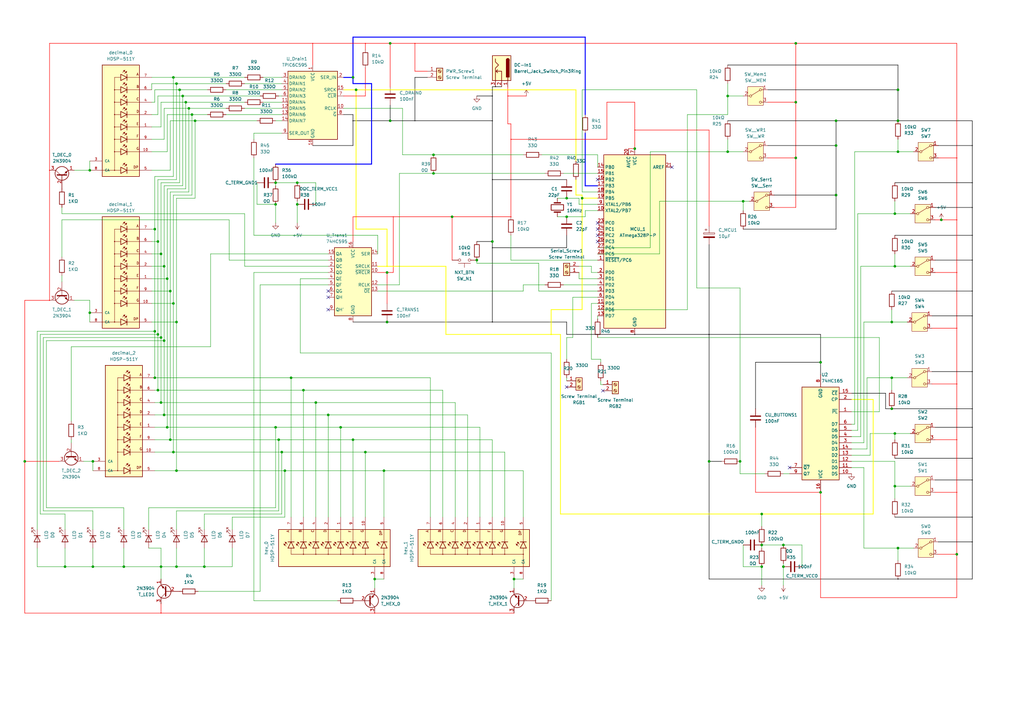
<source format=kicad_sch>
(kicad_sch (version 20230121) (generator eeschema)
  (paper "A3")
  (junction (at 66.04 104.14))
  (junction (at 365.76 132.08))
  (junction (at 113.03 83.82))
  (junction (at 238.76 81.28))
  (junction (at 177.8 63.5))
  (junction (at 66.04 251.46) (diameter 0.2) (color 255 0 0 1))
  (junction (at 128.27 17.78) (diameter 0.2) (color 255 0 0 1))
  (junction (at 20.32 69.85) (diameter 0.2) (color 255 0 0 1))
  (junction (at 226.06 137.16) (diameter 0.4) (color 255 255 0 1))
  (junction (at 158.75 132.08))
  (junction (at 134.62 170.18))
  (junction (at 303.53 189.23))
  (junction (at 66.04 165.1))
  (junction (at 158.75 111.76))
  (junction (at 170.18 17.78) (diameter 0.2) (color 255 0 0 1))
  (junction (at 64.77 99.06))
  (junction (at 209.55 57.15) (diameter 0.2) (color 255 0 0 1))
  (junction (at 201.93 49.53) (diameter 0.2) (color 0 0 0 1))
  (junction (at 144.78 49.53) (diameter 0.2) (color 0 0 0 1))
  (junction (at 72.39 132.08))
  (junction (at 398.78 96.52) (diameter 0.2) (color 0 0 0 1))
  (junction (at 392.43 180.34) (diameter 0.2) (color 255 0 0 1))
  (junction (at 368.3 49.53))
  (junction (at 139.7 175.26))
  (junction (at 129.54 165.1))
  (junction (at 67.31 170.18))
  (junction (at 116.84 193.04))
  (junction (at 367.03 109.22))
  (junction (at 312.42 210.82))
  (junction (at 157.48 193.04))
  (junction (at 38.1 232.41))
  (junction (at 67.31 109.22))
  (junction (at 63.5 154.94))
  (junction (at 368.3 224.79))
  (junction (at 68.58 114.3))
  (junction (at 368.3 62.23))
  (junction (at 386.08 90.17))
  (junction (at 160.02 49.53))
  (junction (at 398.78 74.93) (diameter 0.2) (color 0 0 0 1))
  (junction (at 149.86 185.42))
  (junction (at 71.12 31.75))
  (junction (at 342.9 49.53))
  (junction (at 398.78 196.85) (diameter 0.2) (color 0 0 0 1))
  (junction (at 398.78 212.09) (diameter 0.2) (color 0 0 0 1))
  (junction (at 144.78 180.34))
  (junction (at 398.78 119.38) (diameter 0.2) (color 0 0 0 1))
  (junction (at 312.42 232.41))
  (junction (at 63.5 135.89))
  (junction (at 77.47 44.45))
  (junction (at 69.85 180.34))
  (junction (at 392.43 201.93) (diameter 0.2) (color 255 0 0 1))
  (junction (at 158.75 109.22) (diameter 0.4) (color 255 255 0 1))
  (junction (at 398.78 106.68) (diameter 0.2) (color 0 0 0 1))
  (junction (at 66.04 138.43))
  (junction (at 71.12 185.42))
  (junction (at 398.78 129.54) (diameter 0.2) (color 0 0 0 1))
  (junction (at 398.78 187.96) (diameter 0.2) (color 0 0 0 1))
  (junction (at 203.2 35.56) (diameter 0.2) (color 0 0 0 1))
  (junction (at 398.78 167.64) (diameter 0.2) (color 0 0 0 1))
  (junction (at 336.55 148.59))
  (junction (at 67.31 139.7))
  (junction (at 113.03 74.93))
  (junction (at 367.03 199.39))
  (junction (at 367.03 177.8))
  (junction (at 342.9 59.69))
  (junction (at 201.93 99.06))
  (junction (at 326.39 64.77))
  (junction (at 392.43 227.33))
  (junction (at 367.03 87.63))
  (junction (at 71.12 124.46))
  (junction (at 312.42 223.52))
  (junction (at 68.58 175.26))
  (junction (at 160.02 17.78))
  (junction (at 321.31 232.41))
  (junction (at 72.39 34.29))
  (junction (at 260.35 137.16) (diameter 0.2) (color 0 0 0 1))
  (junction (at 36.83 128.27))
  (junction (at 326.39 41.91))
  (junction (at 201.93 39.37) (diameter 0.2) (color 0 0 0 1))
  (junction (at 153.67 251.46) (diameter 0.2) (color 255 0 0 1))
  (junction (at 260.35 60.96))
  (junction (at 208.28 39.37) (diameter 0.2) (color 255 0 0 1))
  (junction (at 209.55 88.9) (diameter 0.2) (color 255 0 0 1))
  (junction (at 144.78 31.75))
  (junction (at 149.86 17.78) (diameter 0.2) (color 255 0 0 1))
  (junction (at 72.39 193.04))
  (junction (at 210.82 237.49))
  (junction (at 392.43 64.77) (diameter 0.2) (color 255 0 0 1))
  (junction (at 342.9 80.01))
  (junction (at 392.43 134.62) (diameter 0.2) (color 255 0 0 1))
  (junction (at 177.8 71.12))
  (junction (at 201.93 73.66) (diameter 0.2) (color 0 0 0 1))
  (junction (at 72.39 232.41))
  (junction (at 398.78 222.25) (diameter 0.2) (color 0 0 0 1))
  (junction (at 64.77 137.16))
  (junction (at 124.46 160.02))
  (junction (at 392.43 157.48) (diameter 0.2) (color 255 0 0 1))
  (junction (at 398.78 85.09) (diameter 0.2) (color 0 0 0 1))
  (junction (at 298.45 62.23))
  (junction (at 153.67 237.49))
  (junction (at 368.3 237.49) (diameter 0.2) (color 0 0 0 1))
  (junction (at 290.83 137.16) (diameter 0.2) (color 0 0 0 1))
  (junction (at 195.58 106.68))
  (junction (at 201.93 132.08) (diameter 0.2) (color 0 0 0 1))
  (junction (at 170.18 49.53) (diameter 0.2) (color 0 0 0 1))
  (junction (at 38.1 189.23))
  (junction (at 365.76 154.94))
  (junction (at 115.57 185.42))
  (junction (at 26.67 232.41))
  (junction (at 398.78 175.26) (diameter 0.2) (color 0 0 0 1))
  (junction (at 290.83 189.23))
  (junction (at 321.31 223.52))
  (junction (at 78.74 46.99))
  (junction (at 161.29 88.9) (diameter 0.2) (color 255 0 0 1))
  (junction (at 121.92 74.93))
  (junction (at 326.39 17.78))
  (junction (at 20.32 123.19) (diameter 0.2) (color 255 0 0 1))
  (junction (at 121.92 83.82))
  (junction (at 73.66 36.83))
  (junction (at 74.93 39.37))
  (junction (at 114.3 180.34))
  (junction (at 304.8 82.55))
  (junction (at 365.76 167.64))
  (junction (at 76.2 41.91))
  (junction (at 398.78 152.4) (diameter 0.2) (color 0 0 0 1))
  (junction (at 392.43 111.76) (diameter 0.2) (color 255 0 0 1))
  (junction (at 146.05 36.83))
  (junction (at 69.85 119.38))
  (junction (at 392.43 90.17) (diameter 0.2) (color 255 0 0 1))
  (junction (at 83.82 232.41))
  (junction (at 201.93 101.6) (diameter 0.2) (color 0 0 0 1))
  (junction (at 119.38 154.94))
  (junction (at 298.45 39.37))
  (junction (at 66.04 232.41))
  (junction (at 260.35 53.34) (diameter 0.2) (color 255 0 0 1))
  (junction (at 113.03 175.26))
  (junction (at 63.5 93.98))
  (junction (at 232.41 81.28))
  (junction (at 232.41 88.9))
  (junction (at 185.42 88.9))
  (junction (at 10.16 189.23))
  (junction (at 36.83 69.85))
  (junction (at 398.78 59.69) (diameter 0.2) (color 0 0 0 1))
  (junction (at 50.8 232.41))
  (junction (at 336.55 201.93))
  (junction (at 64.77 160.02))
  (junction (at 80.01 49.53))
  (junction (at 368.3 36.83))
  (no_connect (at 245.11 93.98))
  (no_connect (at 134.62 119.38))
  (no_connect (at 275.59 68.58))
  (no_connect (at 245.11 96.52))
  (no_connect (at 323.85 191.77))
  (no_connect (at 134.62 127))
  (no_connect (at 245.11 73.66))
  (no_connect (at 245.11 99.06))
  (no_connect (at 245.11 91.44))
  (no_connect (at 134.62 121.92))
  (no_connect (at 232.41 158.75))
  (no_connect (at 247.2814 160.2656))
  (wire (pts (xy 153.67 241.3) (xy 153.67 237.49)))
  (wire (pts (xy 134.62 104.14) (xy 86.36 104.14)))
  (wire (pts (xy 309.88 201.93) (xy 309.88 175.26)) (stroke (width 0.2) (color 255 0 0 1)))
  (wire (pts (xy 144.78 46.99) (xy 144.78 49.53)) (stroke (width 0.2) (color 0 0 0 1)))
  (wire (pts (xy 83.82 232.41) (xy 72.39 232.41)))
  (wire (pts (xy 290.83 137.16) (xy 336.55 137.16)) (stroke (width 0.2) (color 0 0 0 1)))
  (wire (pts (xy 372.11 132.08) (xy 365.76 132.08)))
  (wire (pts (xy 50.8 217.17) (xy 50.8 208.28)))
  (wire (pts (xy 114.3 180.34) (xy 144.78 180.34)))
  (wire (pts (xy 121.92 83.82) (xy 121.92 91.44)))
  (wire (pts (xy 210.82 237.49) (xy 210.82 241.3)))
  (wire (pts (xy 228.6 88.9) (xy 232.41 88.9)))
  (wire (pts (xy 69.85 180.34) (xy 114.3 180.34)))
  (wire (pts (xy 140.97 44.45) (xy 165.1 44.45)))
  (wire (pts (xy 201.93 73.66) (xy 232.41 73.66)) (stroke (width 0.2) (color 0 0 0 1)))
  (wire (pts (xy 66.04 41.91) (xy 66.04 52.07)))
  (wire (pts (xy 115.57 41.91) (xy 107.95 41.91)))
  (wire (pts (xy 245.11 106.68) (xy 209.55 106.68)))
  (wire (pts (xy 186.69 165.1) (xy 186.69 212.09)))
  (wire (pts (xy 245.11 83.82) (xy 237.49 83.82)))
  (wire (pts (xy 314.96 41.91) (xy 326.39 41.91)) (stroke (width 0.2) (color 255 0 0 1)))
  (wire (pts (xy 246.38 157.7256) (xy 246.38 156.21)))
  (wire (pts (xy 303.53 189.23) (xy 303.53 118.11)))
  (wire (pts (xy 67.31 139.7) (xy 67.31 170.18)))
  (wire (pts (xy 69.85 49.53) (xy 69.85 69.85)))
  (wire (pts (xy 290.83 189.23) (xy 290.83 237.49)) (stroke (width 0.2) (color 0 0 0 1)))
  (wire (pts (xy 123.19 144.78) (xy 226.06 144.78)))
  (wire (pts (xy 237.49 111.76) (xy 237.49 114.3)))
  (wire (pts (xy 95.25 224.79) (xy 95.25 232.41)))
  (wire (pts (xy 134.62 114.3) (xy 123.19 114.3)))
  (wire (pts (xy 195.58 99.06) (xy 201.93 99.06)) (stroke (width 0.2) (color 0 0 0 1)))
  (wire (pts (xy 365.76 132.08) (xy 365.76 127)))
  (wire (pts (xy 201.93 49.53) (xy 201.93 73.66)) (stroke (width 0.2) (color 0 0 0 1)))
  (wire (pts (xy 77.47 78.74) (xy 69.85 78.74)))
  (wire (pts (xy 161.29 88.9) (xy 144.78 88.9)) (stroke (width 0.2) (color 255 0 0 1)))
  (wire (pts (xy 373.38 109.22) (xy 367.03 109.22)))
  (wire (pts (xy 170.18 29.21) (xy 170.18 17.78)) (stroke (width 0.2) (color 255 0 0 1)))
  (wire (pts (xy 236.22 36.83) (xy 236.22 66.04)) (stroke (width 0.3) (color 255 255 0 1)))
  (wire (pts (xy 92.71 34.29) (xy 72.39 34.29)))
  (wire (pts (xy 66.04 251.46) (xy 153.67 251.46)) (stroke (width 0.2) (color 255 0 0 1)))
  (wire (pts (xy 236.22 73.66) (xy 236.22 80.01)) (stroke (width 0.3) (color 255 255 0 1)))
  (wire (pts (xy 115.57 49.53) (xy 113.03 49.53)))
  (wire (pts (xy 26.67 232.41) (xy 38.1 232.41)))
  (wire (pts (xy 260.35 41.91) (xy 260.35 53.34)) (stroke (width 0.2) (color 255 0 0 1)))
  (wire (pts (xy 304.8 232.41) (xy 312.42 232.41)))
  (wire (pts (xy 144.78 31.75) (xy 140.97 31.75)) (stroke (width 0.4) (color 0 0 255 1)))
  (wire (pts (xy 107.95 31.75) (xy 115.57 31.75)))
  (wire (pts (xy 69.85 119.38) (xy 69.85 180.34)))
  (wire (pts (xy 154.94 96.52) (xy 154.94 104.14)))
  (wire (pts (xy 38.1 209.55) (xy 17.78 209.55)))
  (wire (pts (xy 238.76 81.28) (xy 238.76 127)) (stroke (width 0.3) (color 255 255 0 1)))
  (wire (pts (xy 67.31 170.18) (xy 63.5 170.18)))
  (wire (pts (xy 386.08 90.17) (xy 392.43 90.17)) (stroke (width 0.2) (color 255 0 0 1)))
  (wire (pts (xy 78.74 80.01) (xy 71.12 80.01)))
  (wire (pts (xy 238.76 81.28) (xy 245.11 81.28)) (stroke (width 0.3) (color 255 255 0 1)))
  (wire (pts (xy 60.96 217.17) (xy 60.96 208.28)))
  (wire (pts (xy 312.42 210.82) (xy 358.14 210.82)) (stroke (width 0.3) (color 255 255 0 1)))
  (wire (pts (xy 245.11 63.5) (xy 245.11 68.58)))
  (wire (pts (xy 63.5 72.39) (xy 63.5 93.98)))
  (wire (pts (xy 105.41 83.82) (xy 113.03 83.82)))
  (wire (pts (xy 93.98 106.68) (xy 93.98 90.17)))
  (wire (pts (xy 62.23 109.22) (xy 67.31 109.22)))
  (wire (pts (xy 222.25 63.5) (xy 245.11 63.5)))
  (wire (pts (xy 246.38 157.7256) (xy 247.2814 157.7256)))
  (wire (pts (xy 365.76 167.64) (xy 363.22 167.64)) (stroke (width 0.2) (color 0 0 0 1)))
  (wire (pts (xy 392.43 245.11) (xy 336.55 245.11)) (stroke (width 0.2) (color 255 0 0 1)))
  (wire (pts (xy 312.42 223.52) (xy 321.31 223.52)))
  (wire (pts (xy 115.57 34.29) (xy 100.33 34.29)))
  (wire (pts (xy 342.9 80.01) (xy 317.5 80.01)) (stroke (width 0.2) (color 0 0 0 1)))
  (wire (pts (xy 238.76 78.74) (xy 245.11 78.74)))
  (wire (pts (xy 17.78 138.43) (xy 66.04 138.43)))
  (wire (pts (xy 245.11 130.81) (xy 245.11 129.54)))
  (wire (pts (xy 336.55 245.11) (xy 336.55 201.93)) (stroke (width 0.2) (color 255 0 0 1)))
  (wire (pts (xy 93.98 90.17) (xy 25.4 90.17)))
  (wire (pts (xy 303.53 118.11) (xy 285.75 118.11)))
  (wire (pts (xy 63.5 93.98) (xy 62.23 93.98)))
  (wire (pts (xy 30.48 123.19) (xy 36.83 123.19)))
  (wire (pts (xy 270.51 82.55) (xy 270.51 104.14)))
  (wire (pts (xy 64.77 137.16) (xy 64.77 160.02)))
  (wire (pts (xy 154.94 116.84) (xy 163.83 116.84)))
  (wire (pts (xy 175.26 29.21) (xy 170.18 29.21)) (stroke (width 0.2) (color 255 0 0 1)))
  (wire (pts (xy 201.93 180.34) (xy 201.93 212.09)))
  (wire (pts (xy 161.29 88.9) (xy 161.29 111.76)) (stroke (width 0.2) (color 255 0 0 1)))
  (wire (pts (xy 64.77 160.02) (xy 124.46 160.02)))
  (wire (pts (xy 71.12 185.42) (xy 63.5 185.42)))
  (wire (pts (xy 116.84 212.09) (xy 116.84 193.04)))
  (wire (pts (xy 163.83 71.12) (xy 177.8 71.12)))
  (wire (pts (xy 83.82 210.82) (xy 115.57 210.82)))
  (wire (pts (xy 336.55 148.59) (xy 336.55 153.67)) (stroke (width 0.2) (color 0 0 0 1)))
  (wire (pts (xy 242.57 124.46) (xy 245.11 124.46)))
  (wire (pts (xy 50.8 208.28) (xy 19.05 208.28)))
  (wire (pts (xy 355.6 184.15) (xy 349.25 184.15)))
  (wire (pts (xy 16.51 137.16) (xy 64.77 137.16)))
  (wire (pts (xy 115.57 185.42) (xy 149.86 185.42)))
  (wire (pts (xy 68.58 77.47) (xy 68.58 114.3)))
  (wire (pts (xy 226.06 137.16) (xy 226.06 127)) (stroke (width 0.3) (color 255 255 0 1)))
  (wire (pts (xy 367.03 212.09) (xy 398.78 212.09)) (stroke (width 0.2) (color 0 0 0 1)))
  (wire (pts (xy 351.79 87.63) (xy 351.79 176.53)))
  (wire (pts (xy 158.75 93.98) (xy 158.75 109.22)) (stroke (width 0.3) (color 255 255 0 1)))
  (wire (pts (xy 242.57 147.32) (xy 242.57 124.46)))
  (wire (pts (xy 73.66 74.93) (xy 66.04 74.93)))
  (wire (pts (xy 26.67 224.79) (xy 26.67 232.41)))
  (wire (pts (xy 15.24 217.17) (xy 15.24 135.89)))
  (wire (pts (xy 149.86 185.42) (xy 149.86 212.09)))
  (wire (pts (xy 69.85 69.85) (xy 62.23 69.85)))
  (wire (pts (xy 104.14 246.38) (xy 138.43 246.38)))
  (wire (pts (xy 382.27 157.48) (xy 392.43 157.48)) (stroke (width 0.2) (color 255 0 0 1)))
  (wire (pts (xy 201.93 39.37) (xy 201.93 49.53)) (stroke (width 0.2) (color 0 0 0 1)))
  (wire (pts (xy 354.33 191.77) (xy 354.33 224.79)))
  (wire (pts (xy 367.03 109.22) (xy 353.06 109.22)))
  (wire (pts (xy 260.35 137.16) (xy 290.83 137.16)) (stroke (width 0.2) (color 0 0 0 1)))
  (wire (pts (xy 312.42 215.9) (xy 312.42 210.82)))
  (wire (pts (xy 66.04 224.79) (xy 66.04 232.41)))
  (wire (pts (xy 144.78 180.34) (xy 144.78 212.09)))
  (wire (pts (xy 134.62 116.84) (xy 106.68 116.84)))
  (wire (pts (xy 144.78 31.75) (xy 144.78 34.29)) (stroke (width 0.4) (color 0 0 255 1)))
  (wire (pts (xy 113.03 175.26) (xy 139.7 175.26)))
  (wire (pts (xy 207.01 185.42) (xy 207.01 212.09)))
  (wire (pts (xy 326.39 41.91) (xy 326.39 64.77)) (stroke (width 0.2) (color 255 0 0 1)))
  (wire (pts (xy 232.41 137.16) (xy 260.35 137.16)) (stroke (width 0.2) (color 0 0 0 1)))
  (wire (pts (xy 229.87 210.82) (xy 312.42 210.82)) (stroke (width 0.3) (color 255 255 0 1)))
  (wire (pts (xy 326.39 64.77) (xy 326.39 85.09)) (stroke (width 0.2) (color 255 0 0 1)))
  (wire (pts (xy 374.65 62.23) (xy 368.3 62.23)))
  (wire (pts (xy 303.53 194.31) (xy 313.69 194.31)))
  (wire (pts (xy 290.83 137.16) (xy 290.83 100.33)) (stroke (width 0.2) (color 0 0 0 1)))
  (wire (pts (xy 68.58 114.3) (xy 62.23 114.3)))
  (wire (pts (xy 342.9 59.69) (xy 342.9 80.01)) (stroke (width 0.2) (color 0 0 0 1)))
  (wire (pts (xy 373.38 199.39) (xy 367.03 199.39)))
  (wire (pts (xy 170.18 17.78) (xy 160.02 17.78)) (stroke (width 0.2) (color 255 0 0 1)))
  (wire (pts (xy 368.3 49.53) (xy 398.78 49.53)) (stroke (width 0.2) (color 0 0 0 1)))
  (wire (pts (xy 72.39 217.17) (xy 72.39 209.55)))
  (wire (pts (xy 234.95 138.43) (xy 234.95 121.92)))
  (wire (pts (xy 20.32 123.19) (xy 10.16 123.19)) (stroke (width 0.2) (color 255 0 0 1)))
  (wire (pts (xy 367.03 177.8) (xy 356.87 177.8)))
  (wire (pts (xy 354.33 224.79) (xy 368.3 224.79)))
  (wire (pts (xy 298.45 39.37) (xy 298.45 34.29)))
  (wire (pts (xy 208.28 39.37) (xy 208.28 35.56)) (stroke (width 0.2) (color 255 0 0 1)))
  (wire (pts (xy 368.3 49.53) (xy 368.3 36.83)) (stroke (width 0.2) (color 0 0 0 1)))
  (wire (pts (xy 392.43 134.62) (xy 392.43 157.48)) (stroke (width 0.2) (color 255 0 0 1)))
  (wire (pts (xy 66.04 138.43) (xy 66.04 165.1)))
  (wire (pts (xy 50.8 224.79) (xy 50.8 232.41)))
  (wire (pts (xy 158.75 111.76) (xy 158.75 124.46)) (stroke (width 0.2) (color 255 0 0 1)))
  (wire (pts (xy 231.14 71.12) (xy 245.11 71.12)))
  (wire (pts (xy 304.8 82.55) (xy 270.51 82.55)))
  (wire (pts (xy 201.93 49.53) (xy 170.18 49.53)) (stroke (width 0.2) (color 0 0 0 1)))
  (wire (pts (xy 290.83 189.23) (xy 295.91 189.23)) (stroke (width 0.2) (color 0 0 0 1)))
  (wire (pts (xy 382.27 152.4) (xy 398.78 152.4)) (stroke (width 0.2) (color 0 0 0 1)))
  (wire (pts (xy 246.38 147.32) (xy 242.57 147.32)))
  (wire (pts (xy 383.54 201.93) (xy 392.43 201.93)) (stroke (width 0.2) (color 255 0 0 1)))
  (wire (pts (xy 349.25 168.91) (xy 360.68 168.91)))
  (wire (pts (xy 383.54 90.17) (xy 386.08 90.17)) (stroke (width 0.2) (color 255 0 0 1)))
  (wire (pts (xy 64.77 160.02) (xy 63.5 160.02)))
  (wire (pts (xy 92.71 44.45) (xy 77.47 44.45)))
  (wire (pts (xy 104.14 64.77) (xy 104.14 96.52)))
  (wire (pts (xy 234.95 121.92) (xy 245.11 121.92)))
  (wire (pts (xy 363.22 161.29) (xy 349.25 161.29)) (stroke (width 0.2) (color 0 0 0 1)))
  (wire (pts (xy 114.3 209.55) (xy 114.3 180.34)))
  (wire (pts (xy 266.7 62.23) (xy 266.7 101.6)))
  (wire (pts (xy 106.68 39.37) (xy 74.93 39.37)))
  (wire (pts (xy 152.4 67.31) (xy 113.03 67.31)) (stroke (width 0.4) (color 0 0 255 1)))
  (wire (pts (xy 208.28 39.37) (xy 208.28 50.8)) (stroke (width 0.2) (color 255 0 0 1)))
  (wire (pts (xy 240.03 15.24) (xy 240.03 46.99)) (stroke (width 0.4) (color 0 0 255 1)))
  (wire (pts (xy 63.5 41.91) (xy 62.23 41.91)))
  (wire (pts (xy 67.31 76.2) (xy 67.31 109.22)))
  (wire (pts (xy 383.54 175.26) (xy 398.78 175.26)) (stroke (width 0.2) (color 0 0 0 1)))
  (wire (pts (xy 368.3 62.23) (xy 350.52 62.23)))
  (wire (pts (xy 349.25 191.77) (xy 354.33 191.77)))
  (wire (pts (xy 298.45 62.23) (xy 266.7 62.23)))
  (wire (pts (xy 298.45 62.23) (xy 298.45 57.15)))
  (wire (pts (xy 146.05 36.83) (xy 236.22 36.83)) (stroke (width 0.3) (color 255 255 0 1)))
  (wire (pts (xy 360.68 168.91) (xy 360.68 138.43)))
  (wire (pts (xy 63.5 135.89) (xy 63.5 154.94)))
  (wire (pts (xy 185.42 88.9) (xy 185.42 106.68)) (stroke (width 0.2) (color 255 0 0 1)))
  (wire (pts (xy 144.78 15.24) (xy 240.03 15.24)) (stroke (width 0.4) (color 0 0 255 1)))
  (wire (pts (xy 210.82 237.49) (xy 214.63 237.49)))
  (wire (pts (xy 158.75 109.22) (xy 154.94 109.22)) (stroke (width 0.3) (color 255 255 0 1)))
  (wire (pts (xy 15.24 135.89) (xy 63.5 135.89)))
  (wire (pts (xy 152.4 34.29) (xy 152.4 67.31)) (stroke (width 0.4) (color 0 0 255 1)))
  (wire (pts (xy 64.77 46.99) (xy 62.23 46.99)))
  (wire (pts (xy 72.39 81.28) (xy 72.39 132.08)))
  (wire (pts (xy 149.86 20.32) (xy 149.86 17.78)) (stroke (width 0.2) (color 255 0 0 1)))
  (wire (pts (xy 149.86 17.78) (xy 160.02 17.78)) (stroke (width 0.2) (color 255 0 0 1)))
  (wire (pts (xy 10.16 189.23) (xy 24.13 189.23)) (stroke (width 0.2) (color 255 0 0 1)))
  (wire (pts (xy 38.1 217.17) (xy 38.1 209.55)))
  (wire (pts (xy 356.87 186.69) (xy 349.25 186.69)))
  (wire (pts (xy 85.09 36.83) (xy 73.66 36.83)))
  (wire (pts (xy 392.43 64.77) (xy 392.43 90.17)) (stroke (width 0.2) (color 255 0 0 1)))
  (wire (pts (xy 62.23 34.29) (xy 62.23 36.83)))
  (wire (pts (xy 342.9 49.53) (xy 342.9 59.69)) (stroke (width 0.2) (color 0 0 0 1)))
  (wire (pts (xy 182.88 137.16) (xy 226.06 137.16)) (stroke (width 0.3) (color 255 255 0 1)))
  (wire (pts (xy 237.49 83.82) (xy 237.49 81.28)))
  (wire (pts (xy 365.76 167.64) (xy 398.78 167.64)) (stroke (width 0.2) (color 0 0 0 1)))
  (wire (pts (xy 314.96 64.77) (xy 326.39 64.77)) (stroke (width 0.2) (color 255 0 0 1)))
  (wire (pts (xy 245.11 86.36) (xy 240.03 86.36)))
  (wire (pts (xy 153.67 237.49) (xy 157.48 237.49)))
  (wire (pts (xy 373.38 177.8) (xy 367.03 177.8)))
  (wire (pts (xy 163.83 116.84) (xy 163.83 71.12)))
  (wire (pts (xy 383.54 85.09) (xy 398.78 85.09)) (stroke (width 0.2) (color 0 0 0 1)))
  (wire (pts (xy 67.31 170.18) (xy 134.62 170.18)))
  (wire (pts (xy 66.04 104.14) (xy 66.04 138.43)))
  (wire (pts (xy 104.14 111.76) (xy 104.14 246.38)))
  (wire (pts (xy 290.83 237.49) (xy 368.3 237.49)) (stroke (width 0.2) (color 0 0 0 1)))
  (wire (pts (xy 170.18 17.78) (xy 326.39 17.78)) (stroke (width 0.2) (color 255 0 0 1)))
  (wire (pts (xy 201.93 35.56) (xy 201.93 39.37)) (stroke (width 0.2) (color 0 0 0 1)))
  (wire (pts (xy 392.43 180.34) (xy 392.43 201.93)) (stroke (width 0.2) (color 255 0 0 1)))
  (wire (pts (xy 66.04 165.1) (xy 129.54 165.1)))
  (wire (pts (xy 195.58 107.95) (xy 195.58 106.68)))
  (wire (pts (xy 298.45 46.99) (xy 281.94 46.99)))
  (wire (pts (xy 160.02 43.18) (xy 160.02 49.53)) (stroke (width 0.2) (color 0 0 0 1)))
  (wire (pts (xy 63.5 93.98) (xy 63.5 135.89)))
  (wire (pts (xy 209.55 88.9) (xy 185.42 88.9)) (stroke (width 0.2) (color 255 0 0 1)))
  (wire (pts (xy 238.76 36.83) (xy 238.76 78.74)))
  (wire (pts (xy 144.78 49.53) (xy 144.78 59.69)) (stroke (width 0.2) (color 0 0 0 1)))
  (wire (pts (xy 176.53 154.94) (xy 176.53 212.09)))
  (wire (pts (xy 226.06 127) (xy 238.76 127)) (stroke (width 0.3) (color 255 255 0 1)))
  (wire (pts (xy 246.38 148.59) (xy 246.38 147.32)))
  (wire (pts (xy 34.29 189.23) (xy 38.1 189.23)))
  (wire (pts (xy 232.41 154.94) (xy 232.41 156.21)))
  (wire (pts (xy 285.75 118.11) (xy 285.75 36.83)))
  (wire (pts (xy 153.67 251.46) (xy 210.82 251.46)) (stroke (width 0.2) (color 255 0 0 1)))
  (wire (pts (xy 78.74 46.99) (xy 78.74 80.01)))
  (wire (pts (xy 144.78 180.34) (xy 201.93 180.34)))
  (wire (pts (xy 149.86 185.42) (xy 207.01 185.42)))
  (wire (pts (xy 140.97 36.83) (xy 146.05 36.83)) (stroke (width 0.3) (color 255 255 0 1)))
  (wire (pts (xy 10.16 189.23) (xy 10.16 251.46)) (stroke (width 0.2) (color 255 0 0 1)))
  (wire (pts (xy 20.32 69.85) (xy 20.32 123.19)) (stroke (width 0.2) (color 255 0 0 1)))
  (wire (pts (xy 72.39 34.29) (xy 72.39 73.66)))
  (wire (pts (xy 106.68 116.84) (xy 106.68 242.57)))
  (wire (pts (xy 144.78 15.24) (xy 144.78 31.75)) (stroke (width 0.4) (color 0 0 255 1)))
  (wire (pts (xy 29.21 142.24) (xy 29.21 172.72)))
  (wire (pts (xy 368.3 26.67) (xy 368.3 36.83)) (stroke (width 0.2) (color 0 0 0 1)))
  (wire (pts (xy 392.43 201.93) (xy 392.43 227.33)) (stroke (width 0.2) (color 255 0 0 1)))
  (wire (pts (xy 328.93 232.41) (xy 328.93 223.52)))
  (wire (pts (xy 74.93 39.37) (xy 64.77 39.37)))
  (wire (pts (xy 336.55 137.16) (xy 336.55 148.59)) (stroke (width 0.2) (color 0 0 0 1)))
  (wire (pts (xy 17.78 209.55) (xy 17.78 138.43)))
  (wire (pts (xy 303.53 194.31) (xy 303.53 189.23)))
  (wire (pts (xy 382.27 134.62) (xy 392.43 134.62)) (stroke (width 0.2) (color 255 0 0 1)))
  (wire (pts (xy 368.3 26.67) (xy 298.45 26.67)) (stroke (width 0.2) (color 0 0 0 1)))
  (wire (pts (xy 144.78 34.29) (xy 152.4 34.29)) (stroke (width 0.4) (color 0 0 255 1)))
  (wire (pts (xy 115.57 44.45) (xy 100.33 44.45)))
  (wire (pts (xy 342.9 93.98) (xy 304.8 93.98)) (stroke (width 0.2) (color 0 0 0 1)))
  (wire (pts (xy 66.04 165.1) (xy 63.5 165.1)))
  (wire (pts (xy 20.32 17.78) (xy 20.32 69.85)) (stroke (width 0.2) (color 255 0 0 1)))
  (wire (pts (xy 15.24 224.79) (xy 15.24 232.41)))
  (wire (pts (xy 383.54 180.34) (xy 392.43 180.34)) (stroke (width 0.2) (color 255 0 0 1)))
  (wire (pts (xy 129.54 83.82) (xy 129.54 74.93)))
  (wire (pts (xy 106.68 242.57) (xy 81.28 242.57)))
  (wire (pts (xy 100.33 87.63) (xy 25.4 87.63)))
  (wire (pts (xy 260.35 53.34) (xy 260.35 60.96)) (stroke (width 0.2) (color 255 0 0 1)))
  (wire (pts (xy 74.93 76.2) (xy 67.31 76.2)))
  (wire (pts (xy 232.41 81.28) (xy 228.6 81.28)))
  (wire (pts (xy 115.57 36.83) (xy 92.71 36.83)))
  (wire (pts (xy 83.82 224.79) (xy 83.82 232.41)))
  (wire (pts (xy 398.78 59.69) (xy 384.81 59.69)) (stroke (width 0.2) (color 0 0 0 1)))
  (wire (pts (xy 68.58 114.3) (xy 68.58 175.26)))
  (wire (pts (xy 68.58 175.26) (xy 113.03 175.26)))
  (wire (pts (xy 78.74 46.99) (xy 68.58 46.99)))
  (wire (pts (xy 201.93 101.6) (xy 201.93 132.08)) (stroke (width 0.2) (color 0 0 0 1)))
  (wire (pts (xy 77.47 44.45) (xy 77.47 78.74)))
  (wire (pts (xy 76.2 41.91) (xy 76.2 77.47)))
  (wire (pts (xy 121.92 82.55) (xy 121.92 83.82)))
  (wire (pts (xy 374.65 224.79) (xy 368.3 224.79)))
  (wire (pts (xy 72.39 34.29) (xy 62.23 34.29)))
  (wire (pts (xy 373.38 87.63) (xy 367.03 87.63)))
  (wire (pts (xy 67.31 44.45) (xy 67.31 57.15)))
  (wire (pts (xy 398.78 167.64) (xy 398.78 175.26)) (stroke (width 0.2) (color 0 0 0 1)))
  (wire (pts (xy 368.3 237.49) (xy 398.78 237.49)) (stroke (width 0.2) (color 0 0 0 1)))
  (wire (pts (xy 398.78 187.96) (xy 398.78 196.85)) (stroke (width 0.2) (color 0 0 0 1)))
  (wire (pts (xy 140.97 39.37) (xy 149.86 39.37)) (stroke (width 0.2) (color 255 0 0 1)))
  (wire (pts (xy 231.14 116.84) (xy 245.11 116.84)))
  (wire (pts (xy 367.03 87.63) (xy 367.03 82.55)))
  (wire (pts (xy 201.93 73.66) (xy 201.93 99.06)) (stroke (width 0.2) (color 0 0 0 1)))
  (wire (pts (xy 68.58 175.26) (xy 63.5 175.26)))
  (wire (pts (xy 365.76 154.94) (xy 355.6 154.94)))
  (wire (pts (xy 398.78 222.25) (xy 398.78 237.49)) (stroke (width 0.2) (color 0 0 0 1)))
  (wire (pts (xy 80.01 49.53) (xy 69.85 49.53)))
  (wire (pts (xy 321.31 231.14) (xy 321.31 232.41)))
  (wire (pts (xy 326.39 17.78) (xy 326.39 41.91)) (stroke (width 0.2) (color 255 0 0 1)))
  (wire (pts (xy 144.78 132.08) (xy 158.75 132.08)) (stroke (width 0.2) (color 0 0 0 1)))
  (wire (pts (xy 77.47 44.45) (xy 67.31 44.45)))
  (wire (pts (xy 290.83 92.71) (xy 290.83 53.34)) (stroke (width 0.2) (color 255 0 0 1)))
  (wire (pts (xy 66.04 104.14) (xy 62.23 104.14)))
  (wire (pts (xy 36.83 66.04) (xy 36.83 69.85)))
  (wire (pts (xy 72.39 224.79) (xy 72.39 232.41)))
  (wire (pts (xy 398.78 152.4) (xy 398.78 167.64)) (stroke (width 0.2) (color 0 0 0 1)))
  (wire (pts (xy 144.78 59.69) (xy 128.27 59.69)) (stroke (width 0.2) (color 0 0 0 1)))
  (wire (pts (xy 383.54 111.76) (xy 392.43 111.76)) (stroke (width 0.2) (color 255 0 0 1)))
  (wire (pts (xy 105.41 49.53) (xy 80.01 49.53)))
  (wire (pts (xy 209.55 106.68) (xy 209.55 96.52)))
  (wire (pts (xy 83.82 217.17) (xy 83.82 210.82)))
  (wire (pts (xy 298.45 39.37) (xy 298.45 46.99)))
  (wire (pts (xy 115.57 210.82) (xy 115.57 185.42)))
  (wire (pts (xy 72.39 193.04) (xy 63.5 193.04)))
  (wire (pts (xy 19.05 139.7) (xy 67.31 139.7)))
  (wire (pts (xy 312.42 232.41) (xy 312.42 240.03)))
  (wire (pts (xy 367.03 96.52) (xy 398.78 96.52)) (stroke (width 0.2) (color 0 0 0 1)))
  (wire (pts (xy 177.8 63.5) (xy 214.63 63.5)))
  (wire (pts (xy 355.6 154.94) (xy 355.6 184.15)))
  (wire (pts (xy 398.78 175.26) (xy 398.78 187.96)) (stroke (width 0.2) (color 0 0 0 1)))
  (wire (pts (xy 367.03 74.93) (xy 398.78 74.93)) (stroke (width 0.2) (color 0 0 0 1)))
  (wire (pts (xy 146.05 93.98) (xy 158.75 93.98)) (stroke (width 0.3) (color 255 255 0 1)))
  (wire (pts (xy 281.94 127) (xy 245.11 127)))
  (wire (pts (xy 220.98 119.38) (xy 220.98 107.95)))
  (wire (pts (xy 248.92 41.91) (xy 260.35 41.91)) (stroke (width 0.2) (color 255 0 0 1)))
  (wire (pts (xy 85.09 46.99) (xy 78.74 46.99)))
  (wire (pts (xy 336.55 201.93) (xy 309.88 201.93)) (stroke (width 0.2) (color 255 0 0 1)))
  (wire (pts (xy 226.06 137.16) (xy 229.87 137.16)) (stroke (width 0.3) (color 255 255 0 1)))
  (wire (pts (xy 158.75 109.22) (xy 182.88 109.22)) (stroke (width 0.3) (color 255 255 0 1)))
  (wire (pts (xy 134.62 170.18) (xy 134.62 212.09)))
  (wire (pts (xy 185.42 88.9) (xy 161.29 88.9)) (stroke (width 0.2) (color 255 0 0 1)))
  (wire (pts (xy 365.76 119.38) (xy 398.78 119.38)) (stroke (width 0.2) (color 0 0 0 1)))
  (wire (pts (xy 157.48 193.04) (xy 214.63 193.04)))
  (wire (pts (xy 86.36 142.24) (xy 29.21 142.24)))
  (wire (pts (xy 71.12 124.46) (xy 62.23 124.46)))
  (wire (pts (xy 158.75 132.08) (xy 201.93 132.08)) (stroke (width 0.2) (color 0 0 0 1)))
  (wire (pts (xy 134.62 106.68) (xy 93.98 106.68)))
  (wire (pts (xy 398.78 212.09) (xy 398.78 222.25)) (stroke (width 0.2) (color 0 0 0 1)))
  (wire (pts (xy 181.61 160.02) (xy 181.61 212.09)))
  (wire (pts (xy 226.06 144.78) (xy 226.06 246.38)))
  (wire (pts (xy 72.39 232.41) (xy 66.04 232.41)))
  (wire (pts (xy 196.85 175.26) (xy 196.85 212.09)))
  (wire (pts (xy 312.42 223.52) (xy 312.42 224.79)))
  (wire (pts (xy 242.57 111.76) (xy 245.11 111.76)))
  (wire (pts (xy 392.43 227.33) (xy 384.81 227.33)) (stroke (width 0.2) (color 255 0 0 1)))
  (wire (pts (xy 321.31 194.31) (xy 323.85 194.31)))
  (wire (pts (xy 270.51 104.14) (xy 245.11 104.14)))
  (wire (pts (xy 95.25 217.17) (xy 95.25 212.09)))
  (wire (pts (xy 119.38 154.94) (xy 119.38 212.09)))
  (wire (pts (xy 240.03 88.9) (xy 232.41 88.9)))
  (wire (pts (xy 64.77 39.37) (xy 64.77 46.99)))
  (wire (pts (xy 69.85 78.74) (xy 69.85 119.38)))
  (wire (pts (xy 76.2 41.91) (xy 66.04 41.91)))
  (wire (pts (xy 351.79 176.53) (xy 349.25 176.53)))
  (wire (pts (xy 160.02 49.53) (xy 170.18 49.53)) (stroke (width 0.2) (color 0 0 0 1)))
  (wire (pts (xy 19.05 208.28) (xy 19.05 139.7)))
  (wire (pts (xy 80.01 49.53) (xy 80.01 81.28)))
  (wire (pts (xy 281.94 46.99) (xy 281.94 127)))
  (wire (pts (xy 72.39 132.08) (xy 72.39 193.04)))
  (wire (pts (xy 232.41 132.08) (xy 232.41 137.16)) (stroke (width 0.2) (color 0 0 0 1)))
  (wire (pts (xy 232.41 138.43) (xy 234.95 138.43)))
  (wire (pts (xy 175.26 31.75) (xy 170.18 31.75)) (stroke (width 0.2) (color 0 0 0 1)))
  (wire (pts (xy 177.8 71.12) (xy 223.52 71.12)))
  (wire (pts (xy 115.57 39.37) (xy 114.3 39.37)))
  (wire (pts (xy 353.06 179.07) (xy 349.25 179.07)))
  (wire (pts (xy 64.77 73.66) (xy 64.77 99.06)))
  (wire (pts (xy 134.62 111.76) (xy 104.14 111.76)))
  (wire (pts (xy 73.66 36.83) (xy 73.66 74.93)))
  (wire (pts (xy 248.92 57.15) (xy 248.92 41.91)) (stroke (width 0.2) (color 255 0 0 1)))
  (wire (pts (xy 67.31 57.15) (xy 62.23 57.15)))
  (wire (pts (xy 266.7 101.6) (xy 245.11 101.6)))
  (wire (pts (xy 356.87 177.8) (xy 356.87 186.69)))
  (wire (pts (xy 115.57 46.99) (xy 92.71 46.99)))
  (wire (pts (xy 326.39 17.78) (xy 392.43 17.78)) (stroke (width 0.2) (color 255 0 0 1)))
  (wire (pts (xy 140.97 46.99) (xy 144.78 46.99)) (stroke (width 0.2) (color 0 0 0 1)))
  (wire (pts (xy 139.7 175.26) (xy 196.85 175.26)))
  (wire (pts (xy 365.76 154.94) (xy 365.76 160.02)))
  (wire (pts (xy 304.8 82.55) (xy 304.8 86.36)))
  (wire (pts (xy 367.03 177.8) (xy 367.03 180.34)))
  (wire (pts (xy 25.4 90.17) (xy 25.4 105.41)))
  (wire (pts (xy 154.94 111.76) (xy 158.75 111.76)) (stroke (width 0.2) (color 255 0 0 1)))
  (wire (pts (xy 245.11 119.38) (xy 220.98 119.38)))
  (wire (pts (xy 74.93 39.37) (xy 74.93 76.2)))
  (wire (pts (xy 290.83 53.34) (xy 260.35 53.34)) (stroke (width 0.2) (color 255 0 0 1)))
  (wire (pts (xy 214.63 116.84) (xy 223.52 116.84)))
  (wire (pts (xy 113.03 83.82) (xy 113.03 91.44)))
  (wire (pts (xy 72.39 209.55) (xy 114.3 209.55)))
  (wire (pts (xy 72.39 73.66) (xy 64.77 73.66)))
  (wire (pts (xy 342.9 59.69) (xy 314.96 59.69)) (stroke (width 0.2) (color 0 0 0 1)))
  (wire (pts (xy 182.88 109.22) (xy 182.88 137.16)) (stroke (width 0.3) (color 255 255 0 1)))
  (wire (pts (xy 119.38 154.94) (xy 176.53 154.94)))
  (wire (pts (xy 26.67 217.17) (xy 26.67 210.82)))
  (wire (pts (xy 113.03 74.93) (xy 121.92 74.93)))
  (wire (pts (xy 68.58 46.99) (xy 68.58 62.23)))
  (wire (pts (xy 358.14 210.82) (xy 358.14 163.83)) (stroke (width 0.3) (color 255 255 0 1)))
  (wire (pts (xy 304.8 223.52) (xy 304.8 232.41)))
  (wire (pts (xy 25.4 87.63) (xy 25.4 85.09)))
  (wire (pts (xy 50.8 232.41) (xy 66.04 232.41)))
  (wire (pts (xy 69.85 180.34) (xy 63.5 180.34)))
  (wire (pts (xy 76.2 77.47) (xy 68.58 77.47)))
  (wire (pts (xy 195.58 39.37) (xy 201.93 39.37)) (stroke (width 0.2) (color 0 0 0 1)))
  (wire (pts (xy 398.78 129.54) (xy 398.78 152.4)) (stroke (width 0.2) (color 0 0 0 1)))
  (wire (pts (xy 36.83 132.08) (xy 36.83 128.27)))
  (wire (pts (xy 157.48 193.04) (xy 157.48 212.09)))
  (wire (pts (xy 358.14 163.83) (xy 349.25 163.83)) (stroke (width 0.3) (color 255 255 0 1)))
  (wire (pts (xy 208.28 39.37) (xy 215.9 39.37)) (stroke (width 0.2) (color 255 0 0 1)))
  (wire (pts (xy 113.03 74.93) (xy 113.03 76.2)))
  (wire (pts (xy 72.39 132.08) (xy 62.23 132.08)))
  (wire (pts (xy 160.02 17.78) (xy 160.02 35.56)) (stroke (width 0.2) (color 255 0 0 1)))
  (wire (pts (xy 314.96 36.83) (xy 368.3 36.83)) (stroke (width 0.2) (color 0 0 0 1)))
  (wire (pts (xy 257.81 60.96) (xy 260.35 60.96)) (stroke (width 0.2) (color 255 0 0 1)))
  (wire (pts (xy 201.93 132.08) (xy 232.41 132.08)) (stroke (width 0.2) (color 0 0 0 1)))
  (wire (pts (xy 365.76 132.08) (xy 354.33 132.08)))
  (wire (pts (xy 38.1 189.23) (xy 38.1 193.04)))
  (wire (pts (xy 129.54 165.1) (xy 186.69 165.1)))
  (wire (pts (xy 328.93 223.52) (xy 321.31 223.52)))
  (wire (pts (xy 66.04 52.07) (xy 62.23 52.07)))
  (wire (pts (xy 353.06 109.22) (xy 353.06 179.07)))
  (wire (pts (xy 201.93 99.06) (xy 201.93 101.6)) (stroke (width 0.2) (color 0 0 0 1)))
  (wire (pts (xy 25.4 113.03) (xy 25.4 115.57)))
  (wire (pts (xy 144.78 88.9) (xy 144.78 99.06)) (stroke (width 0.2) (color 255 0 0 1)))
  (wire (pts (xy 128.27 17.78) (xy 20.32 17.78)) (stroke (width 0.2) (color 255 0 0 1)))
  (wire (pts (xy 124.46 160.02) (xy 124.46 212.09)))
  (wire (pts (xy 363.22 167.64) (xy 363.22 161.29)) (stroke (width 0.2) (color 0 0 0 1)))
  (wire (pts (xy 237.49 81.28) (xy 232.41 81.28)))
  (wire (pts (xy 36.83 128.27) (xy 36.83 123.19)))
  (wire (pts (xy 139.7 175.26) (xy 139.7 212.09)))
  (wire (pts (xy 144.78 49.53) (xy 160.02 49.53)) (stroke (width 0.2) (color 0 0 0 1)))
  (wire (pts (xy 64.77 99.06) (xy 64.77 137.16)))
  (wire (pts (xy 116.84 193.04) (xy 157.48 193.04)))
  (wire (pts (xy 309.88 148.59) (xy 309.88 167.64)) (stroke (width 0.2) (color 0 0 0 1)))
  (wire (pts (xy 392.43 90.17) (xy 392.43 111.76)) (stroke (width 0.2) (color 255 0 0 1)))
  (wire (pts (xy 367.03 199.39) (xy 367.03 204.47)))
  (wire (pts (xy 105.41 74.93) (xy 105.41 83.82)))
  (wire (pts (xy 398.78 49.53) (xy 398.78 59.69)) (stroke (width 0.2) (color 0 0 0 1)))
  (wire (pts (xy 326.39 85.09) (xy 317.5 85.09)) (stroke (width 0.2) (color 255 0 0 1)))
  (wire (pts (xy 372.11 154.94) (xy 365.76 154.94)))
  (wire (pts (xy 214.63 193.04) (xy 214.63 212.09)))
  (wire (pts (xy 123.19 114.3) (xy 123.19 144.78)))
  (wire (pts (xy 208.28 50.8) (xy 209.55 50.8)) (stroke (width 0.2) (color 255 0 0 1)))
  (wire (pts (xy 238.76 80.01) (xy 238.76 81.28)) (stroke (width 0.3) (color 255 255 0 1)))
  (wire (pts (xy 398.78 196.85) (xy 398.78 212.09)) (stroke (width 0.2) (color 0 0 0 1)))
  (wire (pts (xy 134.62 170.18) (xy 191.77 170.18)))
  (wire (pts (xy 146.05 36.83) (xy 146.05 93.98)) (stroke (width 0.3) (color 255 255 0 1)))
  (wire (pts (xy 240.03 54.61) (xy 240.03 76.2)) (stroke (width 0.4) (color 0 0 255 1)))
  (wire (pts (xy 26.67 210.82) (xy 16.51 210.82)))
  (wire (pts (xy 16.51 210.82) (xy 16.51 137.16)))
  (wire (pts (xy 398.78 59.69) (xy 398.78 74.93)) (stroke (width 0.2) (color 0 0 0 1)))
  (wire (pts (xy 100.33 109.22) (xy 100.33 87.63)))
  (wire (pts (xy 384.81 222.25) (xy 398.78 222.25)) (stroke (width 0.2) (color 0 0 0 1)))
  (wire (pts (xy 392.43 111.76) (xy 392.43 134.62)) (stroke (width 0.2) (color 255 0 0 1)))
  (wire (pts (xy 336.55 148.59) (xy 309.88 148.59)) (stroke (width 0.2) (color 0 0 0 1)))
  (wire (pts (xy 350.52 62.23) (xy 350.52 173.99)))
  (wire (pts (xy 392.43 157.48) (xy 392.43 180.34)) (stroke (width 0.2) (color 255 0 0 1)))
  (wire (pts (xy 134.62 109.22) (xy 100.33 109.22)))
  (wire (pts (xy 360.68 138.43) (xy 245.11 138.43)))
  (wire (pts (xy 367.03 109.22) (xy 367.03 104.14)))
  (wire (pts (xy 304.8 39.37) (xy 298.45 39.37)))
  (wire (pts (xy 66.04 224.79) (xy 60.96 224.79)))
  (wire (pts (xy 232.41 96.52) (xy 232.41 101.6)) (stroke (width 0.2) (color 0 0 0 1)))
  (wire (pts (xy 240.03 76.2) (xy 245.11 76.2)) (stroke (width 0.4) (color 0 0 255 1)))
  (wire (pts (xy 71.12 185.42) (xy 115.57 185.42)))
  (wire (pts (xy 237.49 114.3) (xy 245.11 114.3)))
  (wire (pts (xy 15.24 232.41) (xy 26.67 232.41)))
  (wire (pts (xy 66.04 232.41) (xy 66.04 237.49)))
  (wire (pts (xy 209.55 50.8) (xy 209.55 57.15)) (stroke (width 0.2) (color 255 0 0 1)))
  (wire (pts (xy 29.21 180.34) (xy 29.21 181.61)))
  (wire (pts (xy 71.12 124.46) (xy 71.12 185.42)))
  (wire (pts (xy 149.86 17.78) (xy 128.27 17.78)) (stroke (width 0.2) (color 255 0 0 1)))
  (wire (pts (xy 304.8 62.23) (xy 298.45 62.23)))
  (wire (pts (xy 368.3 224.79) (xy 368.3 229.87)))
  (wire (pts (xy 129.54 165.1) (xy 129.54 212.09)))
  (wire (pts (xy 392.43 227.33) (xy 392.43 245.11)) (stroke (width 0.2) (color 255 0 0 1)))
  (wire (pts (xy 66.04 74.93) (xy 66.04 104.14)))
  (wire (pts (xy 203.2 35.56) (xy 201.93 35.56)) (stroke (width 0.2) (color 0 0 0 1)))
  (wire (pts (xy 383.54 196.85) (xy 398.78 196.85)) (stroke (width 0.2) (color 0 0 0 1)))
  (wire (pts (xy 95.25 232.41) (xy 83.82 232.41)))
  (wire (pts (xy 165.1 44.45) (xy 165.1 63.5)))
  (wire (pts (xy 113.03 208.28) (xy 113.03 175.26)))
  (wire (pts (xy 383.54 106.68) (xy 398.78 106.68)) (stroke (width 0.2) (color 0 0 0 1)))
  (wire (pts (xy 342.9 49.53) (xy 368.3 49.53)) (stroke (width 0.2) (color 0 0 0 1)))
  (wire (pts (xy 60.96 208.28) (xy 113.03 208.28)))
  (wire (pts (xy 398.78 85.09) (xy 398.78 96.52)) (stroke (width 0.2) (color 0 0 0 1)))
  (wire (pts (xy 398.78 96.52) (xy 398.78 106.68)) (stroke (width 0.2) (color 0 0 0 1)))
  (wire (pts (xy 209.55 57.15) (xy 248.92 57.15)) (stroke (width 0.2) (color 255 0 0 1)))
  (wire (pts (xy 367.03 187.96) (xy 398.78 187.96)) (stroke (width 0.2) (color 0 0 0 1)))
  (wire (pts (xy 203.2 35.56) (xy 205.74 35.56)) (stroke (width 0.2) (color 0 0 0 1)))
  (wire (pts (xy 342.9 80.01) (xy 342.9 93.98)) (stroke (width 0.2) (color 0 0 0 1)))
  (wire (pts (xy 398.78 106.68) (xy 398.78 119.38)) (stroke (width 0.2) (color 0 0 0 1)))
  (wire (pts (xy 10.16 123.19) (xy 10.16 189.23)) (stroke (width 0.2) (color 255 0 0 1)))
  (wire (pts (xy 73.66 36.83) (xy 63.5 36.83)))
  (wire (pts (xy 236.22 80.01) (xy 238.76 80.01)) (stroke (width 0.3) (color 255 255 0 1)))
  (wire (pts (xy 30.48 69.85) (xy 36.83 69.85)))
  (wire (pts (xy 100.33 41.91) (xy 76.2 41.91)))
  (wire (pts (xy 10.16 251.46) (xy 66.04 251.46)) (stroke (width 0.2) (color 255 0 0 1)))
  (wire (pts (xy 66.04 251.46) (xy 66.04 247.65)) (stroke (width 0.2) (color 255 0 0 1)))
  (wire (pts (xy 67.31 109.22) (xy 67.31 139.7)))
  (wire (pts (xy 298.45 49.53) (xy 342.9 49.53)) (stroke (width 0.2) (color 0 0 0 1)))
  (wire (pts (xy 63.5 72.39) (xy 71.12 72.39)))
  (wire (pts (xy 220.98 107.95) (xy 195.58 107.95)))
  (wire (pts (xy 232.41 147.32) (xy 232.41 138.43)))
  (wire (pts (xy 382.27 129.54) (xy 398.78 129.54)) (stroke (width 0.2) (color 0 0 0 1)))
  (wire (pts (xy 367.03 87.63) (xy 351.79 87.63)))
  (wire (pts (xy 165.1 63.5) (xy 177.8 63.5)))
  (wire (pts (xy 367.03 199.39) (xy 367.03 189.23)))
  (wire (pts (xy 350.52 173.99) (xy 349.25 173.99)))
  (wire (pts (xy 38.1 224.79) (xy 38.1 232.41)))
  (wire (pts (xy 104.14 54.61) (xy 104.14 57.15)))
  (wire (pts (xy 229.87 137.16) (xy 229.87 210.82)) (stroke (width 0.3) (color 255 255 0 1)))
  (wire (pts (xy 80.01 81.28) (xy 72.39 81.28)))
  (wire (pts (xy 398.78 74.93) (xy 398.78 85.09)) (stroke (width 0.2) (color 0 0 0 1)))
  (wire (pts (xy 321.31 232.41) (xy 321.31 240.03)))
  (wire (pts (xy 68.58 62.23) (xy 62.23 62.23)))
  (wire (pts (xy 354.33 181.61) (xy 349.25 181.61)))
  (wire (pts (xy 158.75 111.76) (xy 161.29 111.76)) (stroke (width 0.2) (color 255 0 0 1)))
  (wire (pts (xy 354.33 132.08) (xy 354.33 181.61)))
  (wire (pts (xy 63.5 36.83) (xy 63.5 41.91)))
  (wire (pts (xy 290.83 137.16) (xy 290.83 189.23)) (stroke (width 0.2) (color 0 0 0 1)))
  (wire (pts (xy 104.14 96.52) (xy 154.94 96.52)))
  (wire (pts (xy 149.86 39.37) (xy 149.86 27.94)) (stroke (width 0.2) (color 255 0 0 1)))
  (wire (pts (xy 368.3 62.23) (xy 368.3 57.15)))
  (wire (pts (xy 71.12 31.75) (xy 100.33 31.75)))
  (wire (pts (xy 115.57 54.61) (xy 104.14 54.61)))
  (wire (pts (xy 242.57 109.22) (xy 242.57 111.76)))
  (wire (pts (xy 237.49 109.22) (xy 242.57 109.22)))
  (wire (pts (xy 95.25 212.09) (xy 116.84 212.09)))
  (wire (pts (xy 201.93 101.6) (xy 232.41 101.6)) (stroke (width 0.2) (color 0 0 0 1)))
  (wire (pts (xy 69.85 119.38) (xy 62.23 119.38)))
  (wire (pts (xy 64.77 99.06) (xy 62.23 99.06)))
  (wire (pts (xy 392.43 17.78) (xy 392.43 64.77)) (stroke (width 0.2) (color 255 0 0 1)))
  (wire (pts (xy 71.12 80.01) (xy 71.12 124.46)))
  (wire (pts (xy 129.54 74.93) (xy 121.92 74.93)))
  (wire (pts (xy 72.39 193.04) (xy 116.84 193.04)))
  (wire (pts (xy 367.03 189.23) (xy 349.25 189.23)))
  (wire (pts (xy 307.34 82.55) (xy 304.8 82.55)))
  (wire (pts (xy 191.77 170.18) (xy 191.77 212.09)))
  (wire (pts (xy 124.46 160.02) (xy 181.61 160.02)))
  (wire (pts (xy 398.78 119.38) (xy 398.78 129.54)) (stroke (width 0.2) (color 0 0 0 1)))
  (wire (pts (xy 71.12 72.39) (xy 71.12 31.75)))
  (wire (pts (xy 170.18 31.75) (xy 170.18 49.53)) (stroke (width 0.2) (color 0 0 0 1)))
  (wire (pts (xy 63.5 154.94) (xy 119.38 154.94)))
  (wire (pts (xy 128.27 17.78) (xy 128.27 26.67)) (stroke (width 0.2) (color 255 0 0 1)))
  (wire (pts (xy 209.55 57.15) (xy 209.55 88.9)) (stroke (width 0.2) (color 255 0 0 1)))
  (wire (pts (xy 62.23 31.75) (xy 71.12 31.75)))
  (wire (pts (xy 38.1 232.41) (xy 50.8 232.41)))
  (wire (pts (xy 384.81 64.77) (xy 392.43 64.77)) (stroke (width 0.2) (color 255 0 0 1)))
  (wire (pts (xy 214.63 119.38) (xy 214.63 116.84)))
  (wire (pts (xy 238.76 36.83) (xy 285.75 36.83)))
  (wire (pts (xy 154.94 119.38) (xy 214.63 119.38)))
  (wire (pts (xy 240.03 86.36) (xy 240.03 88.9)))
  (wire (pts (xy 86.36 104.14) (xy 86.36 142.24)))
  (symbol (lib_id "Switch:SW_SPDT") (at 309.88 39.37 0) (unit 1)
    (property "Reference" "SW_Mem1" (at 309.88 30.48 0))
    (property "Value" "SW__MEM" (at 309.88 33.02 0))
    (property "Footprint" "Switch_Custom:SW_Toggle_Small" (effects hide))
  )
  (symbol (lib_id "Transistor_BJT:2N3904") (at 213.36 246.38 180) (unit 1)
    (property "Reference" "T_HEX_1" (at 208.28 247.65 0) (effects (justify left)))
    (property "Value" "2N3904" (at 208.28 245.11 0) (effects (justify left)))
    (property "Footprint" "Package_TO_SOT_THT:TO-92_Inline" (effects hide))
    (property "Datasheet" "https://www.onsemi.com/pub/Collateral/2N3903-D.PDF" (effects hide))
  )
  (symbol (lib_id "Device:R") (at 298.45 30.48 0) (mirror x) (unit 1)
    (property "Reference" "R24" (at 290.83 31.75 0) (effects (justify left)))
    (property "Value" "10kΩ" (at 290.83 29.21 0) (effects (justify left)))
    (property "Footprint" "Resistor_THT:R_Axial_DIN0204_L3.6mm_D1.6mm_P5.08mm_Horizontal" (effects hide))
  )
  (symbol (lib_id "Device:R") (at 246.38 152.4 180) (unit 1)
    (property "Reference" "R21" (at 248.92 152.4 0) (effects (justify left)))
    (property "Value" "330Ω" (at 254.3686 150.8844 0) (effects (justify left)))
    (property "Footprint" "Resistor_THT:R_Axial_DIN0207_L6.3mm_D2.5mm_P7.62mm_Horizontal" (effects hide))
  )
  (symbol (lib_id "Device:R") (at 77.47 242.57 90) (unit 1)
    (property "Reference" "R4" (at 77.47 236.22 90))
    (property "Value" "1KΩ" (at 77.47 238.76 90))
    (property "Footprint" "Resistor_THT:R_Axial_DIN0207_L6.3mm_D2.5mm_P7.62mm_Horizontal" (effects hide))
  )
  (symbol (lib_id "Device:C") (at 125.73 83.82 270) (unit 1)
    (property "Reference" "C_TERM_VCC1" (at 132.08 77.47 90))
    (property "Value" "100nF" (at 130.81 83.82 90))
    (property "Footprint" "Capacitor_THT:C_Disc_D5.0mm_W2.5mm_P5.00mm" (effects hide))
  )
  (symbol (lib_id "Connector:Screw_Terminal_01x02") (at 232.41 111.76 180) (unit 1)
    (property "Reference" "Serial_Screw1" (at 232.41 102.87 0))
    (property "Value" "Screw Terminal" (at 232.41 105.41 0))
    (property "Footprint" "TerminalBlock_Phoenix:TerminalBlock_Phoenix_MPT-0,5-2-2.54_1x02_P2.54mm_Horizontal" (effects hide))
  )
  (symbol (lib_id "Device:R") (at 365.76 163.83 0) (unit 1)
    (property "Reference" "R28" (at 368.3 162.56 0) (effects (justify left)))
    (property "Value" "10kΩ" (at 368.3 165.1 0) (effects (justify left)))
    (property "Footprint" "Resistor_THT:R_Axial_DIN0204_L3.6mm_D1.6mm_P5.08mm_Horizontal" (effects hide))
  )
  (symbol (lib_id "Device:R") (at 368.3 233.68 0) (unit 1)
    (property "Reference" "R34" (at 370.84 232.41 0) (effects (justify left)))
    (property "Value" "10kΩ" (at 370.84 234.95 0) (effects (justify left)))
    (property "Footprint" "Resistor_THT:R_Axial_DIN0204_L3.6mm_D1.6mm_P5.08mm_Horizontal" (effects hide))
  )
  (symbol (lib_id "Switch:SW_Push") (at 190.5 106.68 180) (unit 1)
    (property "Reference" "SW_N1" (at 190.5 114.3 0))
    (property "Value" "NXT_BTN" (at 190.5 111.76 0))
    (property "Footprint" "Button_Switch_THT:SW_PUSH_6mm_H5mm" (effects hide))
  )
  (symbol (lib_id "Transistor_BJT:2N3904") (at 151.13 246.38 0) (mirror x) (unit 1)
    (property "Reference" "T_HEX_0" (at 156.21 247.65 0) (effects (justify left)))
    (property "Value" "2N3904" (at 156.21 245.11 0) (effects (justify left)))
    (property "Footprint" "Package_TO_SOT_THT:TO-92_Inline" (effects hide))
    (property "Datasheet" "https://www.onsemi.com/pub/Collateral/2N3903-D.PDF" (effects hide))
  )
  (symbol (lib_id "Device:R") (at 113.03 71.12 0) (unit 1)
    (property "Reference" "R36" (at 115.57 69.85 0) (effects (justify left)))
    (property "Value" "100kΩ" (at 115.57 72.39 0) (effects (justify left)))
    (property "Footprint" "Resistor_THT:R_Axial_DIN0204_L3.6mm_D1.6mm_P5.08mm_Horizontal" (effects hide))
  )
  (symbol (lib_id "Device:C") (at 309.88 171.45 0) (unit 1)
    (property "Reference" "CU_BUTTONS1" (at 313.69 170.18 0) (effects (justify left)))
    (property "Value" "100nF" (at 313.69 172.72 0) (effects (justify left)))
    (property "Footprint" "Capacitor_THT:C_Disc_D5.0mm_W2.5mm_P5.00mm" (effects hide))
  )
  (symbol (lib_id "Device:R") (at 104.14 41.91 90) (unit 1)
    (property "Reference" "R10" (at 104.14 35.56 90))
    (property "Value" "330Ω" (at 104.14 38.1 90))
    (property "Footprint" "Resistor_THT:R_Axial_DIN0207_L6.3mm_D2.5mm_P7.62mm_Horizontal" (effects hide))
  )
  (symbol (lib_id "HDSP-511Y:HDSP-511Y") (at 137.16 224.79 90) (unit 1)
    (property "Reference" "hex_0" (at 109.22 224.79 0))
    (property "Value" "HDSP-511Y" (at 111.76 224.79 0))
    (property "Footprint" "HDSP-511Y:LED_HDSP-511Y" (effects hide))
    (property "MF" "Broadcom Limited" (effects hide))
    (property "MAXIMUM_PACKAGE_HEIGHT" "8.00mm" (effects hide))
    (property "Package" "None" (effects hide))
    (property "Price" "None" (effects hide))
    (property "Check_prices" "https://www.snapeda.com/parts/HDSP-511Y/Broadcom+Limited/view-part/?ref=eda" (effects hide))
    (property "STANDARD" "Manufacturer Recommendations" (effects hide))
    (property "PARTREV" "April 12, 2021" (effects hide))
    (property "SnapEDA_Link" "https://www.snapeda.com/parts/HDSP-511Y/Broadcom+Limited/view-part/?ref=snap" (effects hide))
    (property "MP" "HDSP-511Y" (effects hide))
    (property "Purchase-URL" "https://www.snapeda.com/api/url_track_click_mouser/?unipart_id=267845&manufacturer=Broadcom Limited&part_name=HDSP-511Y&search_term=None" (effects hide))
    (property "Description" "\nDisplay Modules - LED Character and Numeric Yellow 7-Segment 1 Character Common Anode 2.15V 20mA 0.673 H x 0.488 W x 0.315 D (17.10mm x 12.40mm x 8.00mm) 10-DIP (0.600, 15.24mm)\n" (effects hide))
    (property "Availability" "In Stock" (effects hide))
    (property "MANUFACTURER" "Broadcom" (effects hide))
  )
  (symbol (lib_id "Device:R") (at 149.86 24.13 0) (unit 1)
    (property "Reference" "R14" (at 152.4 22.86 0) (effects (justify left)))
    (property "Value" "10kΩ" (at 152.4 25.4 0) (effects (justify left)))
    (property "Footprint" "Resistor_THT:R_Axial_DIN0204_L3.6mm_D1.6mm_P5.08mm_Horizontal" (effects hide))
  )
  (symbol (lib_id "Device:LED") (at 26.67 220.98 270) (unit 1)
    (property "Reference" "D1" (at 33.02 219.3925 0))
    (property "Value" "LED" (at 30.48 219.3925 0))
    (property "Footprint" "LED_THT:LED_D3.0mm" (effects hide))
  )
  (symbol (lib_id "Device:R") (at 299.72 189.23 270) (unit 1)
    (property "Reference" "R16" (at 299.72 182.88 90))
    (property "Value" "100kΩ" (at 299.72 185.42 90))
    (property "Footprint" "Resistor_THT:R_Axial_DIN0204_L3.6mm_D1.6mm_P5.08mm_Horizontal" (effects hide))
  )
  (symbol (lib_id "power:GND") (at 349.25 194.31 0) (unit 1)
    (property "Reference" "#PWR08" (effects hide))
    (property "Value" "GND" (at 349.25 199.39 0))
  )
  (symbol (lib_id "Connector:Barrel_Jack_Switch_Pin3Ring") (at 205.74 27.94 270) (unit 1)
    (property "Reference" "DC-In1" (at 210.82 26.67 90) (effects (justify left)))
    (property "Value" "Barrel_Jack_Switch_Pin3Ring" (at 210.82 29.21 90) (effects (justify left)))
    (property "Footprint" "dc-barrelljacks:BarrelJack_CUI_PJ-102AH_Horizontal" (effects hide))
  )
  (symbol (lib_id "Device:R") (at 367.03 100.33 0) (mirror x) (unit 1)
    (property "Reference" "R30" (at 369.57 101.6 0) (effects (justify left)))
    (property "Value" "10kΩ" (at 369.57 99.06 0) (effects (justify left)))
    (property "Footprint" "Resistor_THT:R_Axial_DIN0204_L3.6mm_D1.6mm_P5.08mm_Horizontal" (effects hide))
  )
  (symbol (lib_id "Switch:SW_SPDT") (at 378.46 109.22 0) (unit 1)
    (property "Reference" "SW5" (at 378.46 100.33 0))
    (property "Value" "SW5" (at 378.46 102.87 0))
    (property "Footprint" "Switch_Custom:SW_Toggle_Small" (effects hide))
  )
  (symbol (lib_id "Device:C") (at 232.41 92.71 0) (unit 1)
    (property "Reference" "C2" (at 236.22 91.44 0) (effects (justify left)))
    (property "Value" "22pF" (at 236.22 93.98 0) (effects (justify left)))
    (property "Footprint" "Capacitor_THT:C_Disc_D3.0mm_W1.6mm_P2.50mm" (effects hide))
  )
  (symbol (lib_id "Device:R") (at 365.76 123.19 0) (mirror x) (unit 1)
    (property "Reference" "R27" (at 368.3 124.46 0) (effects (justify left)))
    (property "Value" "10kΩ" (at 368.3 121.92 0) (effects (justify left)))
    (property "Footprint" "Resistor_THT:R_Axial_DIN0204_L3.6mm_D1.6mm_P5.08mm_Horizontal" (effects hide))
  )
  (symbol (lib_id "74xx:74HC165") (at 336.55 179.07 180) (unit 1)
    (property "Reference" "U2" (at 336.8959 153.67 0) (effects (justify right)))
    (property "Value" "74HC165" (at 336.8959 156.21 0) (effects (justify right)))
    (property "Footprint" "Package_DIP:DIP-16_W7.62mm_Socket" (effects hide))
    (property "Datasheet" "https://assets.nexperia.com/documents/data-sheet/74HC_HCT165.pdf" (effects hide))
  )
  (symbol (lib_id "power:GND") (at 113.03 91.44 0) (unit 1)
    (property "Reference" "#PWR05" (effects hide))
    (property "Value" "GND" (at 113.03 96.52 0))
  )
  (symbol (lib_id "Device:C") (at 308.61 223.52 90) (unit 1)
    (property "Reference" "C_TERM_GND0" (at 298.45 222.25 90))
    (property "Value" "100nF" (at 308.61 218.44 90))
    (property "Footprint" "Capacitor_THT:C_Disc_D5.0mm_W2.5mm_P5.00mm" (effects hide))
  )
  (symbol (lib_id "Switch:SW_SPDT") (at 378.46 87.63 0) (unit 1)
    (property "Reference" "SW6" (at 378.46 78.74 0))
    (property "Value" "SW6" (at 378.46 81.28 0))
    (property "Footprint" "Switch_Custom:SW_Toggle_Small" (effects hide))
  )
  (symbol (lib_id "Device:LED") (at 15.24 220.98 270) (unit 1)
    (property "Reference" "D0" (at 21.59 219.3925 0))
    (property "Value" "LED" (at 19.05 219.3925 0))
    (property "Footprint" "LED_THT:LED_D3.0mm" (effects hide))
  )
  (symbol (lib_id "Device:R") (at 245.11 134.62 180) (unit 1)
    (property "Reference" "R46" (at 246.38 135.89 0) (effects (justify right)))
    (property "Value" "33Ω" (at 240.03 134.62 0) (effects (justify right)))
    (property "Footprint" "Resistor_THT:R_Axial_DIN0204_L3.6mm_D1.6mm_P5.08mm_Horizontal" (effects hide))
  )
  (symbol (lib_id "Transistor_BJT:2N3904") (at 25.4 120.65 90) (mirror x) (unit 1)
    (property "Reference" "T_DEC_1" (at 25.4 127 90))
    (property "Value" "2N3904" (at 25.4 129.54 90))
    (property "Footprint" "Package_TO_SOT_THT:TO-92_Inline" (effects hide))
    (property "Datasheet" "https://www.onsemi.com/pub/Collateral/2N3903-D.PDF" (effects hide))
  )
  (symbol (lib_id "74xx:74HC595") (at 144.78 114.3 0) (mirror y) (unit 1)
    (property "Reference" "U_Trans1" (at 142.5859 96.52 0) (effects (justify left)))
    (property "Value" "74HC595" (at 142.5859 99.06 0) (effects (justify left)))
    (property "Footprint" "Package_DIP:DIP-16_W7.62mm_Socket" (effects hide))
    (property "Datasheet" "http://www.ti.com/lit/ds/symlink/sn74hc595.pdf" (effects hide))
  )
  (symbol (lib_id "Device:R") (at 109.22 49.53 90) (unit 1)
    (property "Reference" "R11" (at 109.22 43.18 90))
    (property "Value" "330Ω" (at 109.22 45.72 90))
    (property "Footprint" "Resistor_THT:R_Axial_DIN0207_L6.3mm_D2.5mm_P7.62mm_Horizontal" (effects hide))
  )
  (symbol (lib_id "Device:R") (at 25.4 81.28 180) (unit 1)
    (property "Reference" "R1" (at 27.94 80.01 0) (effects (justify right)))
    (property "Value" "1KΩ" (at 27.94 82.55 0) (effects (justify right)))
    (property "Footprint" "Resistor_THT:R_Axial_DIN0207_L6.3mm_D2.5mm_P7.62mm_Horizontal" (effects hide))
  )
  (symbol (lib_id "Device:R") (at 104.14 60.96 180) (unit 1)
    (property "Reference" "R45" (at 106.68 59.69 0) (effects (justify right)))
    (property "Value" "33Ω" (at 106.68 62.23 0) (effects (justify right)))
    (property "Footprint" "Resistor_THT:R_Axial_DIN0204_L3.6mm_D1.6mm_P5.08mm_Horizontal" (effects hide))
  )
  (symbol (lib_id "Transistor_BJT:2N3904") (at 68.58 242.57 180) (unit 1)
    (property "Reference" "T_LED1" (at 63.5 243.84 0) (effects (justify left)))
    (property "Value" "2N3904" (at 63.5 241.3 0) (effects (justify left)))
    (property "Footprint" "Package_TO_SOT_THT:TO-92_Inline" (effects hide))
    (property "Datasheet" "https://www.onsemi.com/pub/Collateral/2N3903-D.PDF" (effects hide))
  )
  (symbol (lib_id "Device:LED") (at 38.1 220.98 270) (unit 1)
    (property "Reference" "D2" (at 44.45 219.3925 0))
    (property "Value" "LED" (at 41.91 219.3925 0))
    (property "Footprint" "LED_THT:LED_D3.0mm" (effects hide))
  )
  (symbol (lib_id "Device:C") (at 232.41 77.47 0) (unit 1)
    (property "Reference" "C1" (at 226.06 77.47 0) (effects (justify left)))
    (property "Value" "22pF" (at 224.79 80.01 0) (effects (justify left)))
    (property "Footprint" "Capacitor_THT:C_Disc_D3.0mm_W1.6mm_P2.50mm" (effects hide))
  )
  (symbol (lib_id "Switch:SW_SPDT") (at 378.46 177.8 0) (unit 1)
    (property "Reference" "SW2" (at 378.46 168.91 0))
    (property "Value" "SW2" (at 378.46 171.45 0))
    (property "Footprint" "Switch_Custom:SW_Toggle_Small" (effects hide))
  )
  (symbol (lib_id "Device:R") (at 227.33 71.12 270) (unit 1)
    (property "Reference" "R42" (at 227.33 64.77 90))
    (property "Value" "33Ω" (at 227.33 67.31 90))
    (property "Footprint" "Resistor_THT:R_Axial_DIN0204_L3.6mm_D1.6mm_P5.08mm_Horizontal" (effects hide))
  )
  (symbol (lib_id "power:GND") (at 312.42 240.03 0) (unit 1)
    (property "Reference" "#PWR03" (effects hide))
    (property "Value" "GND" (at 312.42 245.11 0))
  )
  (symbol (lib_id "HDSP-511Y:HDSP-511Y") (at 194.31 224.79 90) (unit 1)
    (property "Reference" "hex_1" (at 166.37 224.79 0))
    (property "Value" "HDSP-511Y" (at 168.91 224.79 0))
    (property "Footprint" "HDSP-511Y:LED_HDSP-511Y" (effects hide))
    (property "MF" "Broadcom Limited" (effects hide))
    (property "MAXIMUM_PACKAGE_HEIGHT" "8.00mm" (effects hide))
    (property "Package" "None" (effects hide))
    (property "Price" "None" (effects hide))
    (property "Check_prices" "https://www.snapeda.com/parts/HDSP-511Y/Broadcom+Limited/view-part/?ref=eda" (effects hide))
    (property "STANDARD" "Manufacturer Recommendations" (effects hide))
    (property "PARTREV" "April 12, 2021" (effects hide))
    (property "SnapEDA_Link" "https://www.snapeda.com/parts/HDSP-511Y/Broadcom+Limited/view-part/?ref=snap" (effects hide))
    (property "MP" "HDSP-511Y" (effects hide))
    (property "Purchase-URL" "https://www.snapeda.com/api/url_track_click_mouser/?unipart_id=267845&manufacturer=Broadcom Limited&part_name=HDSP-511Y&search_term=None" (effects hide))
    (property "Description" "\nDisplay Modules - LED Character and Numeric Yellow 7-Segment 1 Character Common Anode 2.15V 20mA 0.673 H x 0.488 W x 0.315 D (17.10mm x 12.40mm x 8.00mm) 10-DIP (0.600, 15.24mm)\n" (effects hide))
    (property "Availability" "In Stock" (effects hide))
    (property "MANUFACTURER" "Broadcom" (effects hide))
  )
  (symbol (lib_id "HDSP-511Y:HDSP-511Y") (at 49.53 111.76 0) (unit 1)
    (property "Reference" "decimal_1" (at 49.53 83.82 0))
    (property "Value" "HDSP-511Y" (at 49.53 86.36 0))
    (property "Footprint" "HDSP-511Y:LED_HDSP-511Y" (effects hide))
    (property "MF" "Broadcom Limited" (effects hide))
    (property "MAXIMUM_PACKAGE_HEIGHT" "8.00mm" (effects hide))
    (property "Package" "None" (effects hide))
    (property "Price" "None" (effects hide))
    (property "Check_prices" "https://www.snapeda.com/parts/HDSP-511Y/Broadcom+Limited/view-part/?ref=eda" (effects hide))
    (property "STANDARD" "Manufacturer Recommendations" (effects hide))
    (property "PARTREV" "April 12, 2021" (effects hide))
    (property "SnapEDA_Link" "https://www.snapeda.com/parts/HDSP-511Y/Broadcom+Limited/view-part/?ref=snap" (effects hide))
    (property "MP" "HDSP-511Y" (effects hide))
    (property "Purchase-URL" "https://www.snapeda.com/api/url_track_click_mouser/?unipart_id=267845&manufacturer=Broadcom Limited&part_name=HDSP-511Y&search_term=None" (effects hide))
    (property "Description" "\nDisplay Modules - LED Character and Numeric Yellow 7-Segment 1 Character Common Anode 2.15V 20mA 0.673 H x 0.488 W x 0.315 D (17.10mm x 12.40mm x 8.00mm) 10-DIP (0.600, 15.24mm)\n" (effects hide))
    (property "Availability" "In Stock" (effects hide))
    (property "MANUFACTURER" "Broadcom" (effects hide))
  )
  (symbol (lib_id "Switch:SW_SPDT") (at 377.19 154.94 0) (unit 1)
    (property "Reference" "SW3" (at 377.19 146.05 0))
    (property "Value" "SW3" (at 377.19 148.59 0))
    (property "Footprint" "Switch_Custom:SW_Toggle_Small" (effects hide))
  )
  (symbol (lib_id "Device:C") (at 160.02 39.37 0) (unit 1)
    (property "Reference" "C_DRAIN0" (at 163.83 38.1 0) (effects (justify left)))
    (property "Value" "100nF" (at 163.83 40.64 0) (effects (justify left)))
    (property "Footprint" "Capacitor_THT:C_Disc_D5.0mm_W2.5mm_P5.00mm" (effects hide))
  )
  (symbol (lib_id "Connector:Screw_Terminal_01x02") (at 252.3614 157.7256 0) (unit 1)
    (property "Reference" "RGB2" (at 252.3614 166.6156 0))
    (property "Value" "Screw Terminal" (at 252.3614 164.0756 0))
    (property "Footprint" "TerminalBlock_Phoenix:TerminalBlock_Phoenix_MPT-0,5-2-2.54_1x02_P2.54mm_Horizontal" (effects hide))
  )
  (symbol (lib_id "Device:R") (at 232.41 151.13 180) (unit 1)
    (property "Reference" "R20" (at 234.95 151.13 0) (effects (justify left)))
    (property "Value" "330Ω" (at 241.3 149.86 0) (effects (justify left)))
    (property "Footprint" "Resistor_THT:R_Axial_DIN0207_L6.3mm_D2.5mm_P7.62mm_Horizontal" (effects hide))
  )
  (symbol (lib_id "Device:LED") (at 95.25 220.98 270) (unit 1)
    (property "Reference" "D7" (at 101.6 219.3925 0))
    (property "Value" "LED" (at 99.06 219.3925 0))
    (property "Footprint" "LED_THT:LED_D3.0mm" (effects hide))
  )
  (symbol (lib_id "Device:R") (at 218.44 63.5 270) (unit 1)
    (property "Reference" "R43" (at 218.44 57.15 90))
    (property "Value" "33Ω" (at 218.44 59.69 90))
    (property "Footprint" "Resistor_THT:R_Axial_DIN0204_L3.6mm_D1.6mm_P5.08mm_Horizontal" (effects hide))
  )
  (symbol (lib_id "Transistor_BJT:2N3904") (at 29.21 186.69 90) (mirror x) (unit 1)
    (property "Reference" "T_DEC_2" (at 29.21 193.04 90))
    (property "Value" "2N3904" (at 29.21 195.58 90))
    (property "Footprint" "Package_TO_SOT_THT:TO-92_Inline" (effects hide))
    (property "Datasheet" "https://www.onsemi.com/pub/Collateral/2N3903-D.PDF" (effects hide))
  )
  (symbol (lib_id "Device:R") (at 312.42 228.6 180) (unit 1)
    (property "Reference" "R23" (at 307.34 228.6 0) (effects (justify right)))
    (property "Value" "0Ω" (at 307.34 231.14 0) (effects (justify right)))
    (property "Footprint" "Resistor_THT:R_Axial_DIN0204_L3.6mm_D1.6mm_P2.54mm_Vertical" (effects hide))
  )
  (symbol (lib_id "Device:R") (at 209.55 92.71 0) (unit 1)
    (property "Reference" "R17" (at 212.09 91.44 0) (effects (justify left)))
    (property "Value" "10kΩ" (at 212.09 93.98 0) (effects (justify left)))
    (property "Footprint" "Resistor_THT:R_Axial_DIN0204_L3.6mm_D1.6mm_P5.08mm_Horizontal" (effects hide))
  )
  (symbol (lib_id "Device:R") (at 227.33 116.84 270) (unit 1)
    (property "Reference" "R18" (at 227.33 110.49 90))
    (property "Value" "33Ω" (at 227.33 113.03 90))
    (property "Footprint" "Resistor_THT:R_Axial_DIN0204_L3.6mm_D1.6mm_P5.08mm_Horizontal" (effects hide))
  )
  (symbol (lib_id "Switch:SW_SPDT") (at 377.19 132.08 0) (unit 1)
    (property "Reference" "SW4" (at 377.19 123.19 0))
    (property "Value" "SW4" (at 377.19 125.73 0))
    (property "Footprint" "Switch_Custom:SW_Toggle_Small" (effects hide))
  )
  (symbol (lib_id "Device:R") (at 29.21 176.53 180) (unit 1)
    (property "Reference" "R3" (at 31.75 175.26 0) (effects (justify right)))
    (property "Value" "1KΩ" (at 31.75 177.8 0) (effects (justify right)))
    (property "Footprint" "Resistor_THT:R_Axial_DIN0207_L6.3mm_D2.5mm_P7.62mm_Horizontal" (effects hide))
  )
  (symbol (lib_id "Device:LED") (at 60.96 220.98 270) (unit 1)
    (property "Reference" "D4" (at 67.31 219.3925 0))
    (property "Value" "LED" (at 64.77 219.3925 0))
    (property "Footprint" "LED_THT:LED_D3.0mm" (effects hide))
  )
  (symbol (lib_id "Device:LED") (at 72.39 220.98 270) (unit 1)
    (property "Reference" "D5" (at 78.74 219.3925 0))
    (property "Value" "LED" (at 76.2 219.3925 0))
    (property "Footprint" "LED_THT:LED_D3.0mm" (effects hide))
  )
  (symbol (lib_id "Device:LED") (at 83.82 220.98 270) (unit 1)
    (property "Reference" "D6" (at 90.17 219.3925 0))
    (property "Value" "LED" (at 87.63 219.3925 0))
    (property "Footprint" "LED_THT:LED_D3.0mm" (effects hide))
  )
  (symbol (lib_id "MCU_Microchip_ATmega:ATmega328P-P") (at 260.35 99.06 0) (mirror y) (unit 1)
    (property "Reference" "MCU_1" (at 261.62 93.98 0))
    (property "Value" "ATmega328P-P" (at 261.62 96.52 0))
    (property "Footprint" "Package_DIP:DIP-28_W7.62mm_Socket" (effects hide))
    (property "Datasheet" "http://ww1.microchip.com/downloads/en/DeviceDoc/ATmega328_P%20AVR%20MCU%20with%20picoPower%20Technology%20Data%20Sheet%2040001984A.pdf" (effects hide))
  )
  (symbol (lib_id "Switch:SW_SPDT") (at 379.73 224.79 0) (unit 1)
    (property "Reference" "SW0" (at 379.73 215.9 0))
    (property "Value" "SW0" (at 379.73 218.44 0))
    (property "Footprint" "Switch_Custom:SW_Toggle_Small" (effects hide))
  )
  (symbol (lib_id "power:+5V") (at 121.92 91.44 180) (unit 1)
    (property "Reference" "#PWR06" (effects hide))
    (property "Value" "+5V" (at 121.92 96.52 0))
  )
  (symbol (lib_id "Device:R") (at 142.24 246.38 90) (unit 1)
    (property "Reference" "R13" (at 142.24 240.03 90))
    (property "Value" "1KΩ" (at 142.24 242.57 90))
    (property "Footprint" "Resistor_THT:R_Axial_DIN0207_L6.3mm_D2.5mm_P7.62mm_Horizontal" (effects hide))
  )
  (symbol (lib_id "power:+5V") (at 321.31 240.03 180) (unit 1)
    (property "Reference" "#PWR04" (effects hide))
    (property "Value" "+5V" (at 321.31 245.11 0))
  )
  (symbol (lib_id "Device:R") (at 312.42 219.71 0) (unit 1)
    (property "Reference" "R22" (at 314.96 218.44 0) (effects (justify left)))
    (property "Value" "100kΩ" (at 314.96 220.98 0) (effects (justify left)))
    (property "Footprint" "Resistor_THT:R_Axial_DIN0204_L3.6mm_D1.6mm_P5.08mm_Horizontal" (effects hide))
  )
  (symbol (lib_id "TPIC6C595:TPIC6595") (at 128.27 41.91 0) (mirror y) (unit 1)
    (property "Reference" "U_Drain1" (at 126.0759 24.13 0) (effects (justify left)))
    (property "Value" "TPIC6C595" (at 126.0759 26.67 0) (effects (justify left)))
    (property "Footprint" "Package_DIP:DIP-16_W7.62mm_Socket" (effects hide))
    (property "Datasheet" "http://www.ti.com/lit/ds/symlink/tpic6595.pdf" (effects hide))
  )
  (symbol (lib_id "Device:R") (at 113.03 80.01 180) (unit 1)
    (property "Reference" "R37" (at 107.95 80.01 0) (effects (justify right)))
    (property "Value" "0Ω" (at 107.95 82.55 0) (effects (justify right)))
    (property "Footprint" "Resistor_THT:R_Axial_DIN0204_L3.6mm_D1.6mm_P2.54mm_Vertical" (effects hide))
  )
  (symbol (lib_id "Device:R") (at 96.52 34.29 90) (unit 1)
    (property "Reference" "R7" (at 96.52 27.94 90))
    (property "Value" "330Ω" (at 96.52 30.48 90))
    (property "Footprint" "Resistor_THT:R_Axial_DIN0207_L6.3mm_D2.5mm_P7.62mm_Horizontal" (effects hide))
  )
  (symbol (lib_id "Switch:SW_SPDT") (at 312.42 82.55 0) (unit 1)
    (property "Reference" "SW_Serr1" (at 312.42 73.66 0))
    (property "Value" "SW__Serr" (at 312.42 76.2 0))
    (property "Footprint" "Switch_Custom:SW_Toggle_Small" (effects hide))
  )
  (symbol (lib_id "HDSP-511Y:HDSP-511Y") (at 49.53 49.53 0) (unit 1)
    (property "Reference" "decimal_0" (at 49.53 21.59 0))
    (property "Value" "HDSP-511Y" (at 49.53 24.13 0))
    (property "Footprint" "HDSP-511Y:LED_HDSP-511Y" (effects hide))
    (property "MF" "Broadcom Limited" (effects hide))
    (property "MAXIMUM_PACKAGE_HEIGHT" "8.00mm" (effects hide))
    (property "Package" "None" (effects hide))
    (property "Price" "None" (effects hide))
    (property "Check_prices" "https://www.snapeda.com/parts/HDSP-511Y/Broadcom+Limited/view-part/?ref=eda" (effects hide))
    (property "STANDARD" "Manufacturer Recommendations" (effects hide))
    (property "PARTREV" "April 12, 2021" (effects hide))
    (property "SnapEDA_Link" "https://www.snapeda.com/parts/HDSP-511Y/Broadcom+Limited/view-part/?ref=snap" (effects hide))
    (property "MP" "HDSP-511Y" (effects hide))
    (property "Purchase-URL" "https://www.snapeda.com/api/url_track_click_mouser/?unipart_id=267845&manufacturer=Broadcom Limited&part_name=HDSP-511Y&search_term=None" (effects hide))
    (property "Description" "\nDisplay Modules - LED Character and Numeric Yellow 7-Segment 1 Character Common Anode 2.15V 20mA 0.673 H x 0.488 W x 0.315 D (17.10mm x 12.40mm x 8.00mm) 10-DIP (0.600, 15.24mm)\n" (effects hide))
    (property "Availability" "In Stock" (effects hide))
    (property "MANUFACTURER" "Broadcom" (effects hide))
  )
  (symbol (lib_id "Switch:SW_SPDT") (at 378.46 199.39 0) (unit 1)
    (property "Reference" "SW1" (at 378.46 190.5 0))
    (property "Value" "SW1" (at 378.46 193.04 0))
    (property "Footprint" "Switch_Custom:SW_Toggle_Small" (effects hide))
  )
  (symbol (lib_id "Device:R") (at 25.4 109.22 180) (unit 1)
    (property "Reference" "R2" (at 27.94 107.95 0) (effects (justify right)))
    (property "Value" "1KΩ" (at 27.94 110.49 0) (effects (justify right)))
    (property "Footprint" "Resistor_THT:R_Axial_DIN0207_L6.3mm_D2.5mm_P7.62mm_Horizontal" (effects hide))
  )
  (symbol (lib_id "power:+5V") (at 215.9 39.37 0) (unit 1)
    (property "Reference" "#PWR02" (effects hide))
    (property "Value" "+5V" (at 215.9 34.29 0))
  )
  (symbol (lib_id "Connector:Screw_Terminal_01x02") (at 237.49 156.21 0) (unit 1)
    (property "Reference" "RGB1" (at 237.49 165.1 0))
    (property "Value" "Screw Terminal" (at 237.49 162.56 0))
    (property "Footprint" "TerminalBlock_Phoenix:TerminalBlock_Phoenix_MPT-0,5-2-2.54_1x02_P2.54mm_Horizontal" (effects hide))
  )
  (symbol (lib_id "Device:R") (at 317.5 194.31 270) (unit 1)
    (property "Reference" "R44" (at 317.5 187.96 90))
    (property "Value" "33Ω" (at 317.5 190.5 90))
    (property "Footprint" "Resistor_THT:R_Axial_DIN0204_L3.6mm_D1.6mm_P5.08mm_Horizontal" (effects hide))
  )
  (symbol (lib_id "power:+5V") (at 386.08 90.17 0) (unit 1)
    (property "Reference" "#PWR07" (effects hide))
    (property "Value" "+5V" (at 386.08 85.09 0))
  )
  (symbol (lib_id "Device:R") (at 96.52 44.45 90) (unit 1)
    (property "Reference" "R8" (at 96.52 38.1 90))
    (property "Value" "330Ω" (at 96.52 40.64 90))
    (property "Footprint" "Resistor_THT:R_Axial_DIN0207_L6.3mm_D2.5mm_P7.62mm_Horizontal" (effects hide))
  )
  (symbol (lib_id "Device:R") (at 88.9 36.83 90) (unit 1)
    (property "Reference" "R5" (at 88.9 30.48 90))
    (property "Value" "330Ω" (at 88.9 33.02 90))
    (property "Footprint" "Resistor_THT:R_Axial_DIN0207_L6.3mm_D2.5mm_P7.62mm_Horizontal" (effects hide))
  )
  (symbol (lib_id "Device:R") (at 367.03 208.28 0) (unit 1)
    (property "Reference" "R32" (at 369.57 207.01 0) (effects (justify left)))
    (property "Value" "10kΩ" (at 369.57 209.55 0) (effects (justify left)))
    (property "Footprint" "Resistor_THT:R_Axial_DIN0204_L3.6mm_D1.6mm_P5.08mm_Horizontal" (effects hide))
  )
  (symbol (lib_id "Device:R") (at 240.03 50.8 180) (unit 1)
    (property "Reference" "R41" (at 242.57 49.53 0) (effects (justify right)))
    (property "Value" "33Ω" (at 242.57 52.07 0) (effects (justify right)))
    (property "Footprint" "Resistor_THT:R_Axial_DIN0204_L3.6mm_D1.6mm_P5.08mm_Horizontal" (effects hide))
  )
  (symbol (lib_id "Transistor_BJT:2N3904") (at 25.4 72.39 90) (unit 1)
    (property "Reference" "T_DEC_0" (at 25.4 63.5 90))
    (property "Value" "2N3904" (at 25.4 66.04 90))
    (property "Footprint" "Package_TO_SOT_THT:TO-92_Inline" (effects hide))
    (property "Datasheet" "https://www.onsemi.com/pub/Collateral/2N3903-D.PDF" (effects hide))
  )
  (symbol (lib_id "Switch:SW_SPDT") (at 379.73 62.23 0) (unit 1)
    (property "Reference" "SW7" (at 379.73 53.34 0))
    (property "Value" "SW7" (at 379.73 55.88 0))
    (property "Footprint" "Switch_Custom:SW_Toggle_Small" (effects hide))
  )
  (symbol (lib_id "HDSP-511Y:HDSP-511Y") (at 50.8 172.72 0) (unit 1)
    (property "Reference" "decimal_2" (at 50.8 144.78 0))
    (property "Value" "HDSP-511Y" (at 50.8 147.32 0))
    (property "Footprint" "HDSP-511Y:LED_HDSP-511Y" (effects hide))
    (property "MF" "Broadcom Limited" (effects hide))
    (property "MAXIMUM_PACKAGE_HEIGHT" "8.00mm" (effects hide))
    (property "Package" "None" (effects hide))
    (property "Price" "None" (effects hide))
    (property "Check_prices" "https://www.snapeda.com/parts/HDSP-511Y/Broadcom+Limited/view-part/?ref=eda" (effects hide))
    (property "STANDARD" "Manufacturer Recommendations" (effects hide))
    (property "PARTREV" "April 12, 2021" (effects hide))
    (property "SnapEDA_Link" "https://www.snapeda.com/parts/HDSP-511Y/Broadcom+Limited/view-part/?ref=snap" (effects hide))
    (property "MP" "HDSP-511Y" (effects hide))
    (property "Purchase-URL" "https://www.snapeda.com/api/url_track_click_mouser/?unipart_id=267845&manufacturer=Broadcom Limited&part_name=HDSP-511Y&search_term=None" (effects hide))
    (property "Description" "\nDisplay Modules - LED Character and Numeric Yellow 7-Segment 1 Character Common Anode 2.15V 20mA 0.673 H x 0.488 W x 0.315 D (17.10mm x 12.40mm x 8.00mm) 10-DIP (0.600, 15.24mm)\n" (effects hide))
    (property "Availability" "In Stock" (effects hide))
    (property "MANUFACTURER" "Broadcom" (effects hide))
  )
  (symbol (lib_id "Device:R") (at 195.58 102.87 180) (unit 1)
    (property "Reference" "R15" (at 193.04 104.14 0) (effects (justify left)))
    (property "Value" "10kΩ" (at 193.04 101.6 0) (effects (justify left)))
    (property "Footprint" "Resistor_THT:R_Axial_DIN0204_L3.6mm_D1.6mm_P5.08mm_Horizontal" (effects hide))
  )
  (symbol (lib_id "Connector:Screw_Terminal_01x02") (at 180.34 29.21 0) (unit 1)
    (property "Reference" "PWR_Screw1" (at 182.88 29.21 0) (effects (justify left)))
    (property "Value" "Screw Terminal" (at 182.88 31.75 0) (effects (justify left)))
    (property "Footprint" "TerminalBlock_Phoenix:TerminalBlock_Phoenix_MPT-0,5-2-2.54_1x02_P2.54mm_Horizontal" (effects hide))
  )
  (symbol (lib_id "Device:R") (at 110.49 39.37 90) (unit 1)
    (property "Reference" "R12" (at 110.49 33.02 90))
    (property "Value" "330Ω" (at 110.49 35.56 90))
    (property "Footprint" "Resistor_THT:R_Axial_DIN0207_L6.3mm_D2.5mm_P7.62mm_Horizontal" (effects hide))
  )
  (symbol (lib_id "Device:C") (at 325.12 232.41 270) (unit 1)
    (property "Reference" "C_TERM_VCC0" (at 328.93 236.22 90))
    (property "Value" "100nF" (at 330.2 232.41 90))
    (property "Footprint" "Capacitor_THT:C_Disc_D5.0mm_W2.5mm_P5.00mm" (effects hide))
  )
  (symbol (lib_id "Switch:SW_SPDT") (at 309.88 62.23 0) (unit 1)
    (property "Reference" "SW__WR1" (at 309.88 53.34 0))
    (property "Value" "SW__WR" (at 309.88 55.88 0))
    (property "Footprint" "Switch_Custom:SW_Toggle_Small" (effects hide))
  )
  (symbol (lib_id "Device:R") (at 104.14 31.75 90) (unit 1)
    (property "Reference" "R9" (at 104.14 25.4 90))
    (property "Value" "330Ω" (at 104.14 27.94 90))
    (property "Footprint" "Resistor_THT:R_Axial_DIN0207_L6.3mm_D2.5mm_P7.62mm_Horizontal" (effects hide))
  )
  (symbol (lib_id "Device:R") (at 304.8 90.17 0) (mirror y) (unit 1)
    (property "Reference" "R26" (at 306.5998 88.9 0) (effects (justify right)))
    (property "Value" "10kΩ" (at 306.5998 91.44 0) (effects (justify right)))
    (property "Footprint" "Resistor_THT:R_Axial_DIN0204_L3.6mm_D1.6mm_P5.08mm_Horizontal" (effects hide))
  )
  (symbol (lib_id "Device:R") (at 236.22 69.85 180) (unit 1)
    (property "Reference" "R40" (at 232.41 64.77 0) (effects (justify right)))
    (property "Value" "33Ω" (at 236.22 66.04 0) (effects (justify right)))
    (property "Footprint" "Resistor_THT:R_Axial_DIN0204_L3.6mm_D1.6mm_P5.08mm_Horizontal" (effects hide))
  )
  (symbol (lib_id "Device:R") (at 222.25 246.38 90) (unit 1)
    (property "Reference" "R19" (at 222.25 240.03 90))
    (property "Value" "1KΩ" (at 222.25 242.57 90))
    (property "Footprint" "Resistor_THT:R_Axial_DIN0207_L6.3mm_D2.5mm_P7.62mm_Horizontal" (effects hide))
  )
  (symbol (lib_id "Device:C") (at 158.75 128.27 0) (unit 1)
    (property "Reference" "C_TRANS1" (at 162.56 127 0) (effects (justify left)))
    (property "Value" "100nF" (at 162.56 129.54 0) (effects (justify left)))
    (property "Footprint" "Capacitor_THT:C_Disc_D5.0mm_W2.5mm_P5.00mm" (effects hide))
  )
  (symbol (lib_id "Device:R") (at 321.31 227.33 0) (unit 1)
    (property "Reference" "R35" (at 326.39 228.6 0) (effects (justify right)))
    (property "Value" "0Ω" (at 325.12 226.06 0) (effects (justify right)))
    (property "Footprint" "Resistor_THT:R_Axial_DIN0204_L3.6mm_D1.6mm_P2.54mm_Vertical" (effects hide))
  )
  (symbol (lib_id "Device:C_Polarized") (at 290.83 96.52 0) (unit 1)
    (property "Reference" "C_MCU1" (at 294.64 94.361 0) (effects (justify left)))
    (property "Value" "10μF" (at 294.64 96.901 0) (effects (justify left)))
    (property "Footprint" "Capacitor_THT:CP_Radial_D4.0mm_P2.00mm" (effects hide))
  )
  (symbol (lib_id "Device:R") (at 367.03 78.74 0) (mirror x) (unit 1)
    (property "Reference" "R29" (at 369.57 80.01 0) (effects (justify left)))
    (property "Value" "10kΩ" (at 369.57 77.47 0) (effects (justify left)))
    (property "Footprint" "Resistor_THT:R_Axial_DIN0204_L3.6mm_D1.6mm_P5.08mm_Horizontal" (effects hide))
  )
  (symbol (lib_id "Device:R") (at 298.45 53.34 0) (mirror x) (unit 1)
    (property "Reference" "R25" (at 292.1 50.8 0) (effects (justify left)))
    (property "Value" "10kΩ" (at 292.1 48.26 0) (effects (justify left)))
    (property "Footprint" "Resistor_THT:R_Axial_DIN0204_L3.6mm_D1.6mm_P5.08mm_Horizontal" (effects hide))
  )
  (symbol (lib_id "Device:C") (at 109.22 74.93 90) (unit 1)
    (property "Reference" "C_TERM_GND1" (at 99.06 74.93 90))
    (property "Value" "100nF" (at 109.22 69.85 90))
    (property "Footprint" "Capacitor_THT:C_Disc_D5.0mm_W2.5mm_P5.00mm" (effects hide))
  )
  (symbol (lib_id "Device:R") (at 121.92 78.74 0) (unit 1)
    (property "Reference" "R38" (at 127 80.01 0) (effects (justify right)))
    (property "Value" "0Ω" (at 125.73 77.47 0) (effects (justify right)))
    (property "Footprint" "Resistor_THT:R_Axial_DIN0204_L3.6mm_D1.6mm_P2.54mm_Vertical" (effects hide))
  )
  (symbol (lib_id "Device:Crystal") (at 228.6 85.09 270) (unit 1)
    (property "Reference" "Y1" (at 232.41 83.82 90) (effects (justify left)))
    (property "Value" "16MHz" (at 232.41 86.36 90) (effects (justify left)))
    (property "Footprint" "Crystal:Crystal_HC49-4H_Vertical" (effects hide))
  )
  (symbol (lib_id "Device:R") (at 88.9 46.99 90) (unit 1)
    (property "Reference" "R6" (at 88.9 40.64 90))
    (property "Value" "330Ω" (at 88.9 43.18 90))
    (property "Footprint" "Resistor_THT:R_Axial_DIN0207_L6.3mm_D2.5mm_P7.62mm_Horizontal" (effects hide))
  )
  (symbol (lib_id "Device:LED") (at 50.8 220.98 270) (unit 1)
    (property "Reference" "D3" (at 57.15 219.3925 0))
    (property "Value" "LED" (at 54.61 219.3925 0))
    (property "Footprint" "LED_THT:LED_D3.0mm" (effects hide))
  )
  (symbol (lib_id "Device:R") (at 368.3 53.34 0) (mirror x) (unit 1)
    (property "Reference" "R33" (at 370.84 54.61 0) (effects (justify left)))
    (property "Value" "10kΩ" (at 370.84 52.07 0) (effects (justify left)))
    (property "Footprint" "Resistor_THT:R_Axial_DIN0204_L3.6mm_D1.6mm_P5.08mm_Horizontal" (effects hide))
  )
  (symbol (lib_id "Device:R") (at 177.8 67.31 180) (unit 1)
    (property "Reference" "R39" (at 172.72 67.31 0) (effects (justify right)))
    (property "Value" "0Ω" (at 172.72 69.85 0) (effects (justify right)))
    (property "Footprint" "Resistor_THT:R_Axial_DIN0204_L3.6mm_D1.6mm_P5.08mm_Horizontal" (effects hide))
  )
  (symbol (lib_id "Device:R") (at 367.03 184.15 0) (unit 1)
    (property "Reference" "R31" (at 369.57 182.88 0) (effects (justify left)))
    (property "Value" "10kΩ" (at 369.57 185.42 0) (effects (justify left)))
    (property "Footprint" "Resistor_THT:R_Axial_DIN0204_L3.6mm_D1.6mm_P5.08mm_Horizontal" (effects hide))
  )
  (symbol (lib_id "power:GND") (at 195.58 39.37 0) (unit 1)
    (property "Reference" "#PWR01" (effects hide))
    (property "Value" "GND" (at 195.58 44.45 0))
  )
)
</source>
